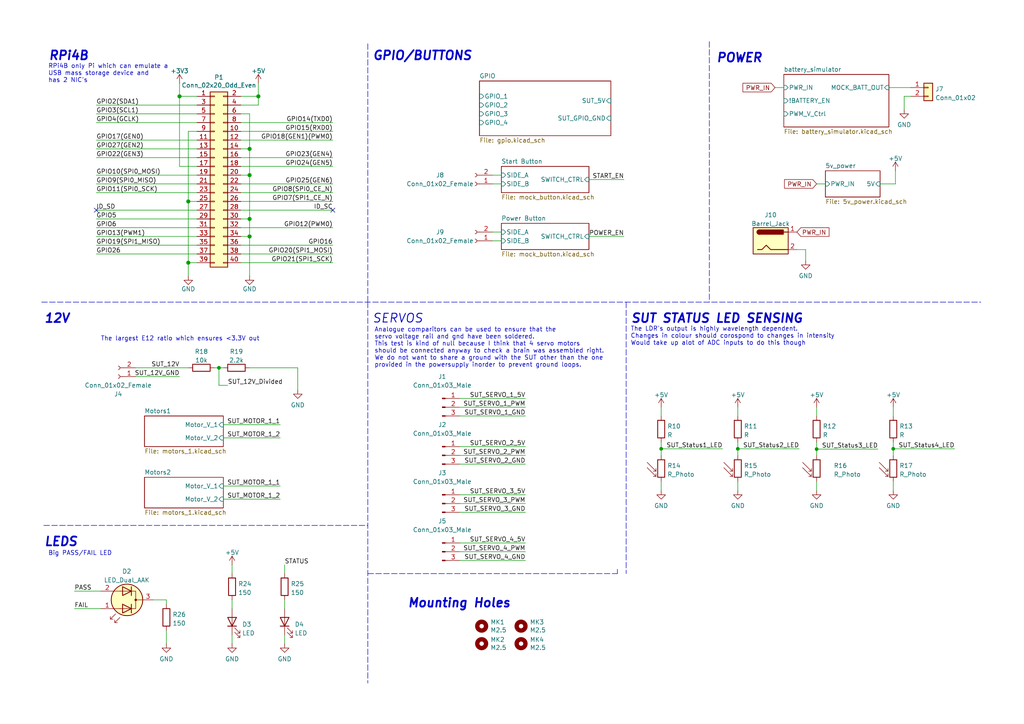
<source format=kicad_sch>
(kicad_sch (version 20211123) (generator eeschema)

  (uuid e63e39d7-6ac0-4ffd-8aa3-1841a4541b55)

  (paper "A4")

  (title_block
    (title "PurplePaddock")
    (date "2022-06-19")
    (rev "1.0")
    (company "RoboCon")
  )

  (lib_symbols
    (symbol "Connector:Barrel_Jack" (pin_names (offset 1.016)) (in_bom yes) (on_board yes)
      (property "Reference" "J" (id 0) (at 0 5.334 0)
        (effects (font (size 1.27 1.27)))
      )
      (property "Value" "Barrel_Jack" (id 1) (at 0 -5.08 0)
        (effects (font (size 1.27 1.27)))
      )
      (property "Footprint" "" (id 2) (at 1.27 -1.016 0)
        (effects (font (size 1.27 1.27)) hide)
      )
      (property "Datasheet" "~" (id 3) (at 1.27 -1.016 0)
        (effects (font (size 1.27 1.27)) hide)
      )
      (property "ki_keywords" "DC power barrel jack connector" (id 4) (at 0 0 0)
        (effects (font (size 1.27 1.27)) hide)
      )
      (property "ki_description" "DC Barrel Jack" (id 5) (at 0 0 0)
        (effects (font (size 1.27 1.27)) hide)
      )
      (property "ki_fp_filters" "BarrelJack*" (id 6) (at 0 0 0)
        (effects (font (size 1.27 1.27)) hide)
      )
      (symbol "Barrel_Jack_0_1"
        (rectangle (start -5.08 3.81) (end 5.08 -3.81)
          (stroke (width 0.254) (type default) (color 0 0 0 0))
          (fill (type background))
        )
        (arc (start -3.302 3.175) (mid -3.937 2.54) (end -3.302 1.905)
          (stroke (width 0.254) (type default) (color 0 0 0 0))
          (fill (type none))
        )
        (arc (start -3.302 3.175) (mid -3.937 2.54) (end -3.302 1.905)
          (stroke (width 0.254) (type default) (color 0 0 0 0))
          (fill (type outline))
        )
        (polyline
          (pts
            (xy 5.08 2.54)
            (xy 3.81 2.54)
          )
          (stroke (width 0.254) (type default) (color 0 0 0 0))
          (fill (type none))
        )
        (polyline
          (pts
            (xy -3.81 -2.54)
            (xy -2.54 -2.54)
            (xy -1.27 -1.27)
            (xy 0 -2.54)
            (xy 2.54 -2.54)
            (xy 5.08 -2.54)
          )
          (stroke (width 0.254) (type default) (color 0 0 0 0))
          (fill (type none))
        )
        (rectangle (start 3.683 3.175) (end -3.302 1.905)
          (stroke (width 0.254) (type default) (color 0 0 0 0))
          (fill (type outline))
        )
      )
      (symbol "Barrel_Jack_1_1"
        (pin passive line (at 7.62 2.54 180) (length 2.54)
          (name "~" (effects (font (size 1.27 1.27))))
          (number "1" (effects (font (size 1.27 1.27))))
        )
        (pin passive line (at 7.62 -2.54 180) (length 2.54)
          (name "~" (effects (font (size 1.27 1.27))))
          (number "2" (effects (font (size 1.27 1.27))))
        )
      )
    )
    (symbol "Connector:Conn_01x02_Female" (pin_names (offset 1.016) hide) (in_bom yes) (on_board yes)
      (property "Reference" "J" (id 0) (at 0 2.54 0)
        (effects (font (size 1.27 1.27)))
      )
      (property "Value" "Conn_01x02_Female" (id 1) (at 0 -5.08 0)
        (effects (font (size 1.27 1.27)))
      )
      (property "Footprint" "" (id 2) (at 0 0 0)
        (effects (font (size 1.27 1.27)) hide)
      )
      (property "Datasheet" "~" (id 3) (at 0 0 0)
        (effects (font (size 1.27 1.27)) hide)
      )
      (property "ki_keywords" "connector" (id 4) (at 0 0 0)
        (effects (font (size 1.27 1.27)) hide)
      )
      (property "ki_description" "Generic connector, single row, 01x02, script generated (kicad-library-utils/schlib/autogen/connector/)" (id 5) (at 0 0 0)
        (effects (font (size 1.27 1.27)) hide)
      )
      (property "ki_fp_filters" "Connector*:*_1x??_*" (id 6) (at 0 0 0)
        (effects (font (size 1.27 1.27)) hide)
      )
      (symbol "Conn_01x02_Female_1_1"
        (arc (start 0 -2.032) (mid -0.508 -2.54) (end 0 -3.048)
          (stroke (width 0.1524) (type default) (color 0 0 0 0))
          (fill (type none))
        )
        (polyline
          (pts
            (xy -1.27 -2.54)
            (xy -0.508 -2.54)
          )
          (stroke (width 0.1524) (type default) (color 0 0 0 0))
          (fill (type none))
        )
        (polyline
          (pts
            (xy -1.27 0)
            (xy -0.508 0)
          )
          (stroke (width 0.1524) (type default) (color 0 0 0 0))
          (fill (type none))
        )
        (arc (start 0 0.508) (mid -0.508 0) (end 0 -0.508)
          (stroke (width 0.1524) (type default) (color 0 0 0 0))
          (fill (type none))
        )
        (pin passive line (at -5.08 0 0) (length 3.81)
          (name "Pin_1" (effects (font (size 1.27 1.27))))
          (number "1" (effects (font (size 1.27 1.27))))
        )
        (pin passive line (at -5.08 -2.54 0) (length 3.81)
          (name "Pin_2" (effects (font (size 1.27 1.27))))
          (number "2" (effects (font (size 1.27 1.27))))
        )
      )
    )
    (symbol "Connector:Conn_01x03_Male" (pin_names (offset 1.016) hide) (in_bom yes) (on_board yes)
      (property "Reference" "J" (id 0) (at 0 5.08 0)
        (effects (font (size 1.27 1.27)))
      )
      (property "Value" "Conn_01x03_Male" (id 1) (at 0 -5.08 0)
        (effects (font (size 1.27 1.27)))
      )
      (property "Footprint" "" (id 2) (at 0 0 0)
        (effects (font (size 1.27 1.27)) hide)
      )
      (property "Datasheet" "~" (id 3) (at 0 0 0)
        (effects (font (size 1.27 1.27)) hide)
      )
      (property "ki_keywords" "connector" (id 4) (at 0 0 0)
        (effects (font (size 1.27 1.27)) hide)
      )
      (property "ki_description" "Generic connector, single row, 01x03, script generated (kicad-library-utils/schlib/autogen/connector/)" (id 5) (at 0 0 0)
        (effects (font (size 1.27 1.27)) hide)
      )
      (property "ki_fp_filters" "Connector*:*_1x??_*" (id 6) (at 0 0 0)
        (effects (font (size 1.27 1.27)) hide)
      )
      (symbol "Conn_01x03_Male_1_1"
        (polyline
          (pts
            (xy 1.27 -2.54)
            (xy 0.8636 -2.54)
          )
          (stroke (width 0.1524) (type default) (color 0 0 0 0))
          (fill (type none))
        )
        (polyline
          (pts
            (xy 1.27 0)
            (xy 0.8636 0)
          )
          (stroke (width 0.1524) (type default) (color 0 0 0 0))
          (fill (type none))
        )
        (polyline
          (pts
            (xy 1.27 2.54)
            (xy 0.8636 2.54)
          )
          (stroke (width 0.1524) (type default) (color 0 0 0 0))
          (fill (type none))
        )
        (rectangle (start 0.8636 -2.413) (end 0 -2.667)
          (stroke (width 0.1524) (type default) (color 0 0 0 0))
          (fill (type outline))
        )
        (rectangle (start 0.8636 0.127) (end 0 -0.127)
          (stroke (width 0.1524) (type default) (color 0 0 0 0))
          (fill (type outline))
        )
        (rectangle (start 0.8636 2.667) (end 0 2.413)
          (stroke (width 0.1524) (type default) (color 0 0 0 0))
          (fill (type outline))
        )
        (pin passive line (at 5.08 2.54 180) (length 3.81)
          (name "Pin_1" (effects (font (size 1.27 1.27))))
          (number "1" (effects (font (size 1.27 1.27))))
        )
        (pin passive line (at 5.08 0 180) (length 3.81)
          (name "Pin_2" (effects (font (size 1.27 1.27))))
          (number "2" (effects (font (size 1.27 1.27))))
        )
        (pin passive line (at 5.08 -2.54 180) (length 3.81)
          (name "Pin_3" (effects (font (size 1.27 1.27))))
          (number "3" (effects (font (size 1.27 1.27))))
        )
      )
    )
    (symbol "Connector_Generic:Conn_01x02" (pin_names (offset 1.016) hide) (in_bom yes) (on_board yes)
      (property "Reference" "J" (id 0) (at 0 2.54 0)
        (effects (font (size 1.27 1.27)))
      )
      (property "Value" "Conn_01x02" (id 1) (at 0 -5.08 0)
        (effects (font (size 1.27 1.27)))
      )
      (property "Footprint" "" (id 2) (at 0 0 0)
        (effects (font (size 1.27 1.27)) hide)
      )
      (property "Datasheet" "~" (id 3) (at 0 0 0)
        (effects (font (size 1.27 1.27)) hide)
      )
      (property "ki_keywords" "connector" (id 4) (at 0 0 0)
        (effects (font (size 1.27 1.27)) hide)
      )
      (property "ki_description" "Generic connector, single row, 01x02, script generated (kicad-library-utils/schlib/autogen/connector/)" (id 5) (at 0 0 0)
        (effects (font (size 1.27 1.27)) hide)
      )
      (property "ki_fp_filters" "Connector*:*_1x??_*" (id 6) (at 0 0 0)
        (effects (font (size 1.27 1.27)) hide)
      )
      (symbol "Conn_01x02_1_1"
        (rectangle (start -1.27 -2.413) (end 0 -2.667)
          (stroke (width 0.1524) (type default) (color 0 0 0 0))
          (fill (type none))
        )
        (rectangle (start -1.27 0.127) (end 0 -0.127)
          (stroke (width 0.1524) (type default) (color 0 0 0 0))
          (fill (type none))
        )
        (rectangle (start -1.27 1.27) (end 1.27 -3.81)
          (stroke (width 0.254) (type default) (color 0 0 0 0))
          (fill (type background))
        )
        (pin passive line (at -5.08 0 0) (length 3.81)
          (name "Pin_1" (effects (font (size 1.27 1.27))))
          (number "1" (effects (font (size 1.27 1.27))))
        )
        (pin passive line (at -5.08 -2.54 0) (length 3.81)
          (name "Pin_2" (effects (font (size 1.27 1.27))))
          (number "2" (effects (font (size 1.27 1.27))))
        )
      )
    )
    (symbol "Connector_Generic:Conn_02x20_Odd_Even" (pin_names (offset 1.016) hide) (in_bom yes) (on_board yes)
      (property "Reference" "J" (id 0) (at 1.27 25.4 0)
        (effects (font (size 1.27 1.27)))
      )
      (property "Value" "Conn_02x20_Odd_Even" (id 1) (at 1.27 -27.94 0)
        (effects (font (size 1.27 1.27)))
      )
      (property "Footprint" "" (id 2) (at 0 0 0)
        (effects (font (size 1.27 1.27)) hide)
      )
      (property "Datasheet" "~" (id 3) (at 0 0 0)
        (effects (font (size 1.27 1.27)) hide)
      )
      (property "ki_keywords" "connector" (id 4) (at 0 0 0)
        (effects (font (size 1.27 1.27)) hide)
      )
      (property "ki_description" "Generic connector, double row, 02x20, odd/even pin numbering scheme (row 1 odd numbers, row 2 even numbers), script generated (kicad-library-utils/schlib/autogen/connector/)" (id 5) (at 0 0 0)
        (effects (font (size 1.27 1.27)) hide)
      )
      (property "ki_fp_filters" "Connector*:*_2x??_*" (id 6) (at 0 0 0)
        (effects (font (size 1.27 1.27)) hide)
      )
      (symbol "Conn_02x20_Odd_Even_1_1"
        (rectangle (start -1.27 -25.273) (end 0 -25.527)
          (stroke (width 0.1524) (type default) (color 0 0 0 0))
          (fill (type none))
        )
        (rectangle (start -1.27 -22.733) (end 0 -22.987)
          (stroke (width 0.1524) (type default) (color 0 0 0 0))
          (fill (type none))
        )
        (rectangle (start -1.27 -20.193) (end 0 -20.447)
          (stroke (width 0.1524) (type default) (color 0 0 0 0))
          (fill (type none))
        )
        (rectangle (start -1.27 -17.653) (end 0 -17.907)
          (stroke (width 0.1524) (type default) (color 0 0 0 0))
          (fill (type none))
        )
        (rectangle (start -1.27 -15.113) (end 0 -15.367)
          (stroke (width 0.1524) (type default) (color 0 0 0 0))
          (fill (type none))
        )
        (rectangle (start -1.27 -12.573) (end 0 -12.827)
          (stroke (width 0.1524) (type default) (color 0 0 0 0))
          (fill (type none))
        )
        (rectangle (start -1.27 -10.033) (end 0 -10.287)
          (stroke (width 0.1524) (type default) (color 0 0 0 0))
          (fill (type none))
        )
        (rectangle (start -1.27 -7.493) (end 0 -7.747)
          (stroke (width 0.1524) (type default) (color 0 0 0 0))
          (fill (type none))
        )
        (rectangle (start -1.27 -4.953) (end 0 -5.207)
          (stroke (width 0.1524) (type default) (color 0 0 0 0))
          (fill (type none))
        )
        (rectangle (start -1.27 -2.413) (end 0 -2.667)
          (stroke (width 0.1524) (type default) (color 0 0 0 0))
          (fill (type none))
        )
        (rectangle (start -1.27 0.127) (end 0 -0.127)
          (stroke (width 0.1524) (type default) (color 0 0 0 0))
          (fill (type none))
        )
        (rectangle (start -1.27 2.667) (end 0 2.413)
          (stroke (width 0.1524) (type default) (color 0 0 0 0))
          (fill (type none))
        )
        (rectangle (start -1.27 5.207) (end 0 4.953)
          (stroke (width 0.1524) (type default) (color 0 0 0 0))
          (fill (type none))
        )
        (rectangle (start -1.27 7.747) (end 0 7.493)
          (stroke (width 0.1524) (type default) (color 0 0 0 0))
          (fill (type none))
        )
        (rectangle (start -1.27 10.287) (end 0 10.033)
          (stroke (width 0.1524) (type default) (color 0 0 0 0))
          (fill (type none))
        )
        (rectangle (start -1.27 12.827) (end 0 12.573)
          (stroke (width 0.1524) (type default) (color 0 0 0 0))
          (fill (type none))
        )
        (rectangle (start -1.27 15.367) (end 0 15.113)
          (stroke (width 0.1524) (type default) (color 0 0 0 0))
          (fill (type none))
        )
        (rectangle (start -1.27 17.907) (end 0 17.653)
          (stroke (width 0.1524) (type default) (color 0 0 0 0))
          (fill (type none))
        )
        (rectangle (start -1.27 20.447) (end 0 20.193)
          (stroke (width 0.1524) (type default) (color 0 0 0 0))
          (fill (type none))
        )
        (rectangle (start -1.27 22.987) (end 0 22.733)
          (stroke (width 0.1524) (type default) (color 0 0 0 0))
          (fill (type none))
        )
        (rectangle (start -1.27 24.13) (end 3.81 -26.67)
          (stroke (width 0.254) (type default) (color 0 0 0 0))
          (fill (type background))
        )
        (rectangle (start 3.81 -25.273) (end 2.54 -25.527)
          (stroke (width 0.1524) (type default) (color 0 0 0 0))
          (fill (type none))
        )
        (rectangle (start 3.81 -22.733) (end 2.54 -22.987)
          (stroke (width 0.1524) (type default) (color 0 0 0 0))
          (fill (type none))
        )
        (rectangle (start 3.81 -20.193) (end 2.54 -20.447)
          (stroke (width 0.1524) (type default) (color 0 0 0 0))
          (fill (type none))
        )
        (rectangle (start 3.81 -17.653) (end 2.54 -17.907)
          (stroke (width 0.1524) (type default) (color 0 0 0 0))
          (fill (type none))
        )
        (rectangle (start 3.81 -15.113) (end 2.54 -15.367)
          (stroke (width 0.1524) (type default) (color 0 0 0 0))
          (fill (type none))
        )
        (rectangle (start 3.81 -12.573) (end 2.54 -12.827)
          (stroke (width 0.1524) (type default) (color 0 0 0 0))
          (fill (type none))
        )
        (rectangle (start 3.81 -10.033) (end 2.54 -10.287)
          (stroke (width 0.1524) (type default) (color 0 0 0 0))
          (fill (type none))
        )
        (rectangle (start 3.81 -7.493) (end 2.54 -7.747)
          (stroke (width 0.1524) (type default) (color 0 0 0 0))
          (fill (type none))
        )
        (rectangle (start 3.81 -4.953) (end 2.54 -5.207)
          (stroke (width 0.1524) (type default) (color 0 0 0 0))
          (fill (type none))
        )
        (rectangle (start 3.81 -2.413) (end 2.54 -2.667)
          (stroke (width 0.1524) (type default) (color 0 0 0 0))
          (fill (type none))
        )
        (rectangle (start 3.81 0.127) (end 2.54 -0.127)
          (stroke (width 0.1524) (type default) (color 0 0 0 0))
          (fill (type none))
        )
        (rectangle (start 3.81 2.667) (end 2.54 2.413)
          (stroke (width 0.1524) (type default) (color 0 0 0 0))
          (fill (type none))
        )
        (rectangle (start 3.81 5.207) (end 2.54 4.953)
          (stroke (width 0.1524) (type default) (color 0 0 0 0))
          (fill (type none))
        )
        (rectangle (start 3.81 7.747) (end 2.54 7.493)
          (stroke (width 0.1524) (type default) (color 0 0 0 0))
          (fill (type none))
        )
        (rectangle (start 3.81 10.287) (end 2.54 10.033)
          (stroke (width 0.1524) (type default) (color 0 0 0 0))
          (fill (type none))
        )
        (rectangle (start 3.81 12.827) (end 2.54 12.573)
          (stroke (width 0.1524) (type default) (color 0 0 0 0))
          (fill (type none))
        )
        (rectangle (start 3.81 15.367) (end 2.54 15.113)
          (stroke (width 0.1524) (type default) (color 0 0 0 0))
          (fill (type none))
        )
        (rectangle (start 3.81 17.907) (end 2.54 17.653)
          (stroke (width 0.1524) (type default) (color 0 0 0 0))
          (fill (type none))
        )
        (rectangle (start 3.81 20.447) (end 2.54 20.193)
          (stroke (width 0.1524) (type default) (color 0 0 0 0))
          (fill (type none))
        )
        (rectangle (start 3.81 22.987) (end 2.54 22.733)
          (stroke (width 0.1524) (type default) (color 0 0 0 0))
          (fill (type none))
        )
        (pin passive line (at -5.08 22.86 0) (length 3.81)
          (name "Pin_1" (effects (font (size 1.27 1.27))))
          (number "1" (effects (font (size 1.27 1.27))))
        )
        (pin passive line (at 7.62 12.7 180) (length 3.81)
          (name "Pin_10" (effects (font (size 1.27 1.27))))
          (number "10" (effects (font (size 1.27 1.27))))
        )
        (pin passive line (at -5.08 10.16 0) (length 3.81)
          (name "Pin_11" (effects (font (size 1.27 1.27))))
          (number "11" (effects (font (size 1.27 1.27))))
        )
        (pin passive line (at 7.62 10.16 180) (length 3.81)
          (name "Pin_12" (effects (font (size 1.27 1.27))))
          (number "12" (effects (font (size 1.27 1.27))))
        )
        (pin passive line (at -5.08 7.62 0) (length 3.81)
          (name "Pin_13" (effects (font (size 1.27 1.27))))
          (number "13" (effects (font (size 1.27 1.27))))
        )
        (pin passive line (at 7.62 7.62 180) (length 3.81)
          (name "Pin_14" (effects (font (size 1.27 1.27))))
          (number "14" (effects (font (size 1.27 1.27))))
        )
        (pin passive line (at -5.08 5.08 0) (length 3.81)
          (name "Pin_15" (effects (font (size 1.27 1.27))))
          (number "15" (effects (font (size 1.27 1.27))))
        )
        (pin passive line (at 7.62 5.08 180) (length 3.81)
          (name "Pin_16" (effects (font (size 1.27 1.27))))
          (number "16" (effects (font (size 1.27 1.27))))
        )
        (pin passive line (at -5.08 2.54 0) (length 3.81)
          (name "Pin_17" (effects (font (size 1.27 1.27))))
          (number "17" (effects (font (size 1.27 1.27))))
        )
        (pin passive line (at 7.62 2.54 180) (length 3.81)
          (name "Pin_18" (effects (font (size 1.27 1.27))))
          (number "18" (effects (font (size 1.27 1.27))))
        )
        (pin passive line (at -5.08 0 0) (length 3.81)
          (name "Pin_19" (effects (font (size 1.27 1.27))))
          (number "19" (effects (font (size 1.27 1.27))))
        )
        (pin passive line (at 7.62 22.86 180) (length 3.81)
          (name "Pin_2" (effects (font (size 1.27 1.27))))
          (number "2" (effects (font (size 1.27 1.27))))
        )
        (pin passive line (at 7.62 0 180) (length 3.81)
          (name "Pin_20" (effects (font (size 1.27 1.27))))
          (number "20" (effects (font (size 1.27 1.27))))
        )
        (pin passive line (at -5.08 -2.54 0) (length 3.81)
          (name "Pin_21" (effects (font (size 1.27 1.27))))
          (number "21" (effects (font (size 1.27 1.27))))
        )
        (pin passive line (at 7.62 -2.54 180) (length 3.81)
          (name "Pin_22" (effects (font (size 1.27 1.27))))
          (number "22" (effects (font (size 1.27 1.27))))
        )
        (pin passive line (at -5.08 -5.08 0) (length 3.81)
          (name "Pin_23" (effects (font (size 1.27 1.27))))
          (number "23" (effects (font (size 1.27 1.27))))
        )
        (pin passive line (at 7.62 -5.08 180) (length 3.81)
          (name "Pin_24" (effects (font (size 1.27 1.27))))
          (number "24" (effects (font (size 1.27 1.27))))
        )
        (pin passive line (at -5.08 -7.62 0) (length 3.81)
          (name "Pin_25" (effects (font (size 1.27 1.27))))
          (number "25" (effects (font (size 1.27 1.27))))
        )
        (pin passive line (at 7.62 -7.62 180) (length 3.81)
          (name "Pin_26" (effects (font (size 1.27 1.27))))
          (number "26" (effects (font (size 1.27 1.27))))
        )
        (pin passive line (at -5.08 -10.16 0) (length 3.81)
          (name "Pin_27" (effects (font (size 1.27 1.27))))
          (number "27" (effects (font (size 1.27 1.27))))
        )
        (pin passive line (at 7.62 -10.16 180) (length 3.81)
          (name "Pin_28" (effects (font (size 1.27 1.27))))
          (number "28" (effects (font (size 1.27 1.27))))
        )
        (pin passive line (at -5.08 -12.7 0) (length 3.81)
          (name "Pin_29" (effects (font (size 1.27 1.27))))
          (number "29" (effects (font (size 1.27 1.27))))
        )
        (pin passive line (at -5.08 20.32 0) (length 3.81)
          (name "Pin_3" (effects (font (size 1.27 1.27))))
          (number "3" (effects (font (size 1.27 1.27))))
        )
        (pin passive line (at 7.62 -12.7 180) (length 3.81)
          (name "Pin_30" (effects (font (size 1.27 1.27))))
          (number "30" (effects (font (size 1.27 1.27))))
        )
        (pin passive line (at -5.08 -15.24 0) (length 3.81)
          (name "Pin_31" (effects (font (size 1.27 1.27))))
          (number "31" (effects (font (size 1.27 1.27))))
        )
        (pin passive line (at 7.62 -15.24 180) (length 3.81)
          (name "Pin_32" (effects (font (size 1.27 1.27))))
          (number "32" (effects (font (size 1.27 1.27))))
        )
        (pin passive line (at -5.08 -17.78 0) (length 3.81)
          (name "Pin_33" (effects (font (size 1.27 1.27))))
          (number "33" (effects (font (size 1.27 1.27))))
        )
        (pin passive line (at 7.62 -17.78 180) (length 3.81)
          (name "Pin_34" (effects (font (size 1.27 1.27))))
          (number "34" (effects (font (size 1.27 1.27))))
        )
        (pin passive line (at -5.08 -20.32 0) (length 3.81)
          (name "Pin_35" (effects (font (size 1.27 1.27))))
          (number "35" (effects (font (size 1.27 1.27))))
        )
        (pin passive line (at 7.62 -20.32 180) (length 3.81)
          (name "Pin_36" (effects (font (size 1.27 1.27))))
          (number "36" (effects (font (size 1.27 1.27))))
        )
        (pin passive line (at -5.08 -22.86 0) (length 3.81)
          (name "Pin_37" (effects (font (size 1.27 1.27))))
          (number "37" (effects (font (size 1.27 1.27))))
        )
        (pin passive line (at 7.62 -22.86 180) (length 3.81)
          (name "Pin_38" (effects (font (size 1.27 1.27))))
          (number "38" (effects (font (size 1.27 1.27))))
        )
        (pin passive line (at -5.08 -25.4 0) (length 3.81)
          (name "Pin_39" (effects (font (size 1.27 1.27))))
          (number "39" (effects (font (size 1.27 1.27))))
        )
        (pin passive line (at 7.62 20.32 180) (length 3.81)
          (name "Pin_4" (effects (font (size 1.27 1.27))))
          (number "4" (effects (font (size 1.27 1.27))))
        )
        (pin passive line (at 7.62 -25.4 180) (length 3.81)
          (name "Pin_40" (effects (font (size 1.27 1.27))))
          (number "40" (effects (font (size 1.27 1.27))))
        )
        (pin passive line (at -5.08 17.78 0) (length 3.81)
          (name "Pin_5" (effects (font (size 1.27 1.27))))
          (number "5" (effects (font (size 1.27 1.27))))
        )
        (pin passive line (at 7.62 17.78 180) (length 3.81)
          (name "Pin_6" (effects (font (size 1.27 1.27))))
          (number "6" (effects (font (size 1.27 1.27))))
        )
        (pin passive line (at -5.08 15.24 0) (length 3.81)
          (name "Pin_7" (effects (font (size 1.27 1.27))))
          (number "7" (effects (font (size 1.27 1.27))))
        )
        (pin passive line (at 7.62 15.24 180) (length 3.81)
          (name "Pin_8" (effects (font (size 1.27 1.27))))
          (number "8" (effects (font (size 1.27 1.27))))
        )
        (pin passive line (at -5.08 12.7 0) (length 3.81)
          (name "Pin_9" (effects (font (size 1.27 1.27))))
          (number "9" (effects (font (size 1.27 1.27))))
        )
      )
    )
    (symbol "Device:LED" (pin_numbers hide) (pin_names (offset 1.016) hide) (in_bom yes) (on_board yes)
      (property "Reference" "D" (id 0) (at 0 2.54 0)
        (effects (font (size 1.27 1.27)))
      )
      (property "Value" "LED" (id 1) (at 0 -2.54 0)
        (effects (font (size 1.27 1.27)))
      )
      (property "Footprint" "" (id 2) (at 0 0 0)
        (effects (font (size 1.27 1.27)) hide)
      )
      (property "Datasheet" "~" (id 3) (at 0 0 0)
        (effects (font (size 1.27 1.27)) hide)
      )
      (property "ki_keywords" "LED diode" (id 4) (at 0 0 0)
        (effects (font (size 1.27 1.27)) hide)
      )
      (property "ki_description" "Light emitting diode" (id 5) (at 0 0 0)
        (effects (font (size 1.27 1.27)) hide)
      )
      (property "ki_fp_filters" "LED* LED_SMD:* LED_THT:*" (id 6) (at 0 0 0)
        (effects (font (size 1.27 1.27)) hide)
      )
      (symbol "LED_0_1"
        (polyline
          (pts
            (xy -1.27 -1.27)
            (xy -1.27 1.27)
          )
          (stroke (width 0.254) (type default) (color 0 0 0 0))
          (fill (type none))
        )
        (polyline
          (pts
            (xy -1.27 0)
            (xy 1.27 0)
          )
          (stroke (width 0) (type default) (color 0 0 0 0))
          (fill (type none))
        )
        (polyline
          (pts
            (xy 1.27 -1.27)
            (xy 1.27 1.27)
            (xy -1.27 0)
            (xy 1.27 -1.27)
          )
          (stroke (width 0.254) (type default) (color 0 0 0 0))
          (fill (type none))
        )
        (polyline
          (pts
            (xy -3.048 -0.762)
            (xy -4.572 -2.286)
            (xy -3.81 -2.286)
            (xy -4.572 -2.286)
            (xy -4.572 -1.524)
          )
          (stroke (width 0) (type default) (color 0 0 0 0))
          (fill (type none))
        )
        (polyline
          (pts
            (xy -1.778 -0.762)
            (xy -3.302 -2.286)
            (xy -2.54 -2.286)
            (xy -3.302 -2.286)
            (xy -3.302 -1.524)
          )
          (stroke (width 0) (type default) (color 0 0 0 0))
          (fill (type none))
        )
      )
      (symbol "LED_1_1"
        (pin passive line (at -3.81 0 0) (length 2.54)
          (name "K" (effects (font (size 1.27 1.27))))
          (number "1" (effects (font (size 1.27 1.27))))
        )
        (pin passive line (at 3.81 0 180) (length 2.54)
          (name "A" (effects (font (size 1.27 1.27))))
          (number "2" (effects (font (size 1.27 1.27))))
        )
      )
    )
    (symbol "Device:LED_Dual_AAK" (pin_names (offset 0) hide) (in_bom yes) (on_board yes)
      (property "Reference" "D" (id 0) (at 0 5.715 0)
        (effects (font (size 1.27 1.27)))
      )
      (property "Value" "LED_Dual_AAK" (id 1) (at 0 -6.35 0)
        (effects (font (size 1.27 1.27)))
      )
      (property "Footprint" "" (id 2) (at 0 0 0)
        (effects (font (size 1.27 1.27)) hide)
      )
      (property "Datasheet" "~" (id 3) (at 0 0 0)
        (effects (font (size 1.27 1.27)) hide)
      )
      (property "ki_keywords" "LED diode bicolor dual" (id 4) (at 0 0 0)
        (effects (font (size 1.27 1.27)) hide)
      )
      (property "ki_description" "Dual LED, common cathode on pin 3" (id 5) (at 0 0 0)
        (effects (font (size 1.27 1.27)) hide)
      )
      (property "ki_fp_filters" "LED* LED_SMD:* LED_THT:*" (id 6) (at 0 0 0)
        (effects (font (size 1.27 1.27)) hide)
      )
      (symbol "LED_Dual_AAK_0_1"
        (circle (center -2.54 0) (radius 0.2794)
          (stroke (width 0) (type default) (color 0 0 0 0))
          (fill (type outline))
        )
        (polyline
          (pts
            (xy -4.572 0)
            (xy -2.54 0)
          )
          (stroke (width 0) (type default) (color 0 0 0 0))
          (fill (type none))
        )
        (polyline
          (pts
            (xy -1.27 -1.27)
            (xy -1.27 -3.81)
          )
          (stroke (width 0.254) (type default) (color 0 0 0 0))
          (fill (type none))
        )
        (polyline
          (pts
            (xy -1.27 1.27)
            (xy -1.27 3.81)
          )
          (stroke (width 0.254) (type default) (color 0 0 0 0))
          (fill (type none))
        )
        (polyline
          (pts
            (xy 3.81 -2.54)
            (xy 1.905 -2.54)
          )
          (stroke (width 0) (type default) (color 0 0 0 0))
          (fill (type none))
        )
        (polyline
          (pts
            (xy 3.81 2.54)
            (xy 1.905 2.54)
          )
          (stroke (width 0) (type default) (color 0 0 0 0))
          (fill (type none))
        )
        (polyline
          (pts
            (xy 1.27 -3.81)
            (xy 1.27 -1.27)
            (xy -1.27 -2.54)
            (xy 1.27 -3.81)
          )
          (stroke (width 0.254) (type default) (color 0 0 0 0))
          (fill (type none))
        )
        (polyline
          (pts
            (xy 1.27 1.27)
            (xy 1.27 3.81)
            (xy -1.27 2.54)
            (xy 1.27 1.27)
          )
          (stroke (width 0.254) (type default) (color 0 0 0 0))
          (fill (type none))
        )
        (polyline
          (pts
            (xy 2.032 2.54)
            (xy -2.54 2.54)
            (xy -2.54 -2.54)
            (xy 2.032 -2.54)
          )
          (stroke (width 0) (type default) (color 0 0 0 0))
          (fill (type none))
        )
        (polyline
          (pts
            (xy 2.032 5.08)
            (xy 3.556 6.604)
            (xy 2.794 6.604)
            (xy 3.556 6.604)
            (xy 3.556 5.842)
          )
          (stroke (width 0) (type default) (color 0 0 0 0))
          (fill (type none))
        )
        (polyline
          (pts
            (xy 3.302 4.064)
            (xy 4.826 5.588)
            (xy 4.064 5.588)
            (xy 4.826 5.588)
            (xy 4.826 4.826)
          )
          (stroke (width 0) (type default) (color 0 0 0 0))
          (fill (type none))
        )
        (circle (center 0 0) (radius 4.572)
          (stroke (width 0.254) (type default) (color 0 0 0 0))
          (fill (type background))
        )
      )
      (symbol "LED_Dual_AAK_1_1"
        (pin input line (at 7.62 2.54 180) (length 3.81)
          (name "A1" (effects (font (size 1.27 1.27))))
          (number "1" (effects (font (size 1.27 1.27))))
        )
        (pin input line (at 7.62 -2.54 180) (length 3.81)
          (name "A2" (effects (font (size 1.27 1.27))))
          (number "2" (effects (font (size 1.27 1.27))))
        )
        (pin input line (at -7.62 0 0) (length 3.048)
          (name "K" (effects (font (size 1.27 1.27))))
          (number "3" (effects (font (size 1.27 1.27))))
        )
      )
    )
    (symbol "Device:R" (pin_numbers hide) (pin_names (offset 0)) (in_bom yes) (on_board yes)
      (property "Reference" "R" (id 0) (at 2.032 0 90)
        (effects (font (size 1.27 1.27)))
      )
      (property "Value" "R" (id 1) (at 0 0 90)
        (effects (font (size 1.27 1.27)))
      )
      (property "Footprint" "" (id 2) (at -1.778 0 90)
        (effects (font (size 1.27 1.27)) hide)
      )
      (property "Datasheet" "~" (id 3) (at 0 0 0)
        (effects (font (size 1.27 1.27)) hide)
      )
      (property "ki_keywords" "R res resistor" (id 4) (at 0 0 0)
        (effects (font (size 1.27 1.27)) hide)
      )
      (property "ki_description" "Resistor" (id 5) (at 0 0 0)
        (effects (font (size 1.27 1.27)) hide)
      )
      (property "ki_fp_filters" "R_*" (id 6) (at 0 0 0)
        (effects (font (size 1.27 1.27)) hide)
      )
      (symbol "R_0_1"
        (rectangle (start -1.016 -2.54) (end 1.016 2.54)
          (stroke (width 0.254) (type default) (color 0 0 0 0))
          (fill (type none))
        )
      )
      (symbol "R_1_1"
        (pin passive line (at 0 3.81 270) (length 1.27)
          (name "~" (effects (font (size 1.27 1.27))))
          (number "1" (effects (font (size 1.27 1.27))))
        )
        (pin passive line (at 0 -3.81 90) (length 1.27)
          (name "~" (effects (font (size 1.27 1.27))))
          (number "2" (effects (font (size 1.27 1.27))))
        )
      )
    )
    (symbol "Device:R_Photo" (pin_numbers hide) (pin_names (offset 0)) (in_bom yes) (on_board yes)
      (property "Reference" "R" (id 0) (at 1.27 1.27 0)
        (effects (font (size 1.27 1.27)) (justify left))
      )
      (property "Value" "R_Photo" (id 1) (at 1.27 0 0)
        (effects (font (size 1.27 1.27)) (justify left top))
      )
      (property "Footprint" "" (id 2) (at 1.27 -6.35 90)
        (effects (font (size 1.27 1.27)) (justify left) hide)
      )
      (property "Datasheet" "~" (id 3) (at 0 -1.27 0)
        (effects (font (size 1.27 1.27)) hide)
      )
      (property "ki_keywords" "resistor variable light sensitive opto LDR" (id 4) (at 0 0 0)
        (effects (font (size 1.27 1.27)) hide)
      )
      (property "ki_description" "Photoresistor" (id 5) (at 0 0 0)
        (effects (font (size 1.27 1.27)) hide)
      )
      (property "ki_fp_filters" "*LDR* R?LDR*" (id 6) (at 0 0 0)
        (effects (font (size 1.27 1.27)) hide)
      )
      (symbol "R_Photo_0_1"
        (rectangle (start -1.016 2.54) (end 1.016 -2.54)
          (stroke (width 0.254) (type default) (color 0 0 0 0))
          (fill (type none))
        )
        (polyline
          (pts
            (xy -1.524 -2.286)
            (xy -4.064 0.254)
          )
          (stroke (width 0) (type default) (color 0 0 0 0))
          (fill (type none))
        )
        (polyline
          (pts
            (xy -1.524 -2.286)
            (xy -2.286 -2.286)
          )
          (stroke (width 0) (type default) (color 0 0 0 0))
          (fill (type none))
        )
        (polyline
          (pts
            (xy -1.524 -2.286)
            (xy -1.524 -1.524)
          )
          (stroke (width 0) (type default) (color 0 0 0 0))
          (fill (type none))
        )
        (polyline
          (pts
            (xy -1.524 -0.762)
            (xy -4.064 1.778)
          )
          (stroke (width 0) (type default) (color 0 0 0 0))
          (fill (type none))
        )
        (polyline
          (pts
            (xy -1.524 -0.762)
            (xy -2.286 -0.762)
          )
          (stroke (width 0) (type default) (color 0 0 0 0))
          (fill (type none))
        )
        (polyline
          (pts
            (xy -1.524 -0.762)
            (xy -1.524 0)
          )
          (stroke (width 0) (type default) (color 0 0 0 0))
          (fill (type none))
        )
      )
      (symbol "R_Photo_1_1"
        (pin passive line (at 0 3.81 270) (length 1.27)
          (name "~" (effects (font (size 1.27 1.27))))
          (number "1" (effects (font (size 1.27 1.27))))
        )
        (pin passive line (at 0 -3.81 90) (length 1.27)
          (name "~" (effects (font (size 1.27 1.27))))
          (number "2" (effects (font (size 1.27 1.27))))
        )
      )
    )
    (symbol "Mechanical:MountingHole" (pin_names (offset 1.016)) (in_bom yes) (on_board yes)
      (property "Reference" "H" (id 0) (at 0 5.08 0)
        (effects (font (size 1.27 1.27)))
      )
      (property "Value" "MountingHole" (id 1) (at 0 3.175 0)
        (effects (font (size 1.27 1.27)))
      )
      (property "Footprint" "" (id 2) (at 0 0 0)
        (effects (font (size 1.27 1.27)) hide)
      )
      (property "Datasheet" "~" (id 3) (at 0 0 0)
        (effects (font (size 1.27 1.27)) hide)
      )
      (property "ki_keywords" "mounting hole" (id 4) (at 0 0 0)
        (effects (font (size 1.27 1.27)) hide)
      )
      (property "ki_description" "Mounting Hole without connection" (id 5) (at 0 0 0)
        (effects (font (size 1.27 1.27)) hide)
      )
      (property "ki_fp_filters" "MountingHole*" (id 6) (at 0 0 0)
        (effects (font (size 1.27 1.27)) hide)
      )
      (symbol "MountingHole_0_1"
        (circle (center 0 0) (radius 1.27)
          (stroke (width 1.27) (type default) (color 0 0 0 0))
          (fill (type none))
        )
      )
    )
    (symbol "power:+3.3V" (power) (pin_names (offset 0)) (in_bom yes) (on_board yes)
      (property "Reference" "#PWR" (id 0) (at 0 -3.81 0)
        (effects (font (size 1.27 1.27)) hide)
      )
      (property "Value" "+3.3V" (id 1) (at 0 3.556 0)
        (effects (font (size 1.27 1.27)))
      )
      (property "Footprint" "" (id 2) (at 0 0 0)
        (effects (font (size 1.27 1.27)) hide)
      )
      (property "Datasheet" "" (id 3) (at 0 0 0)
        (effects (font (size 1.27 1.27)) hide)
      )
      (property "ki_keywords" "power-flag" (id 4) (at 0 0 0)
        (effects (font (size 1.27 1.27)) hide)
      )
      (property "ki_description" "Power symbol creates a global label with name \"+3.3V\"" (id 5) (at 0 0 0)
        (effects (font (size 1.27 1.27)) hide)
      )
      (symbol "+3.3V_0_1"
        (polyline
          (pts
            (xy -0.762 1.27)
            (xy 0 2.54)
          )
          (stroke (width 0) (type default) (color 0 0 0 0))
          (fill (type none))
        )
        (polyline
          (pts
            (xy 0 0)
            (xy 0 2.54)
          )
          (stroke (width 0) (type default) (color 0 0 0 0))
          (fill (type none))
        )
        (polyline
          (pts
            (xy 0 2.54)
            (xy 0.762 1.27)
          )
          (stroke (width 0) (type default) (color 0 0 0 0))
          (fill (type none))
        )
      )
      (symbol "+3.3V_1_1"
        (pin power_in line (at 0 0 90) (length 0) hide
          (name "+3V3" (effects (font (size 1.27 1.27))))
          (number "1" (effects (font (size 1.27 1.27))))
        )
      )
    )
    (symbol "power:+5V" (power) (pin_names (offset 0)) (in_bom yes) (on_board yes)
      (property "Reference" "#PWR" (id 0) (at 0 -3.81 0)
        (effects (font (size 1.27 1.27)) hide)
      )
      (property "Value" "+5V" (id 1) (at 0 3.556 0)
        (effects (font (size 1.27 1.27)))
      )
      (property "Footprint" "" (id 2) (at 0 0 0)
        (effects (font (size 1.27 1.27)) hide)
      )
      (property "Datasheet" "" (id 3) (at 0 0 0)
        (effects (font (size 1.27 1.27)) hide)
      )
      (property "ki_keywords" "power-flag" (id 4) (at 0 0 0)
        (effects (font (size 1.27 1.27)) hide)
      )
      (property "ki_description" "Power symbol creates a global label with name \"+5V\"" (id 5) (at 0 0 0)
        (effects (font (size 1.27 1.27)) hide)
      )
      (symbol "+5V_0_1"
        (polyline
          (pts
            (xy -0.762 1.27)
            (xy 0 2.54)
          )
          (stroke (width 0) (type default) (color 0 0 0 0))
          (fill (type none))
        )
        (polyline
          (pts
            (xy 0 0)
            (xy 0 2.54)
          )
          (stroke (width 0) (type default) (color 0 0 0 0))
          (fill (type none))
        )
        (polyline
          (pts
            (xy 0 2.54)
            (xy 0.762 1.27)
          )
          (stroke (width 0) (type default) (color 0 0 0 0))
          (fill (type none))
        )
      )
      (symbol "+5V_1_1"
        (pin power_in line (at 0 0 90) (length 0) hide
          (name "+5V" (effects (font (size 1.27 1.27))))
          (number "1" (effects (font (size 1.27 1.27))))
        )
      )
    )
    (symbol "power:GND" (power) (pin_names (offset 0)) (in_bom yes) (on_board yes)
      (property "Reference" "#PWR" (id 0) (at 0 -6.35 0)
        (effects (font (size 1.27 1.27)) hide)
      )
      (property "Value" "GND" (id 1) (at 0 -3.81 0)
        (effects (font (size 1.27 1.27)))
      )
      (property "Footprint" "" (id 2) (at 0 0 0)
        (effects (font (size 1.27 1.27)) hide)
      )
      (property "Datasheet" "" (id 3) (at 0 0 0)
        (effects (font (size 1.27 1.27)) hide)
      )
      (property "ki_keywords" "power-flag" (id 4) (at 0 0 0)
        (effects (font (size 1.27 1.27)) hide)
      )
      (property "ki_description" "Power symbol creates a global label with name \"GND\" , ground" (id 5) (at 0 0 0)
        (effects (font (size 1.27 1.27)) hide)
      )
      (symbol "GND_0_1"
        (polyline
          (pts
            (xy 0 0)
            (xy 0 -1.27)
            (xy 1.27 -1.27)
            (xy 0 -2.54)
            (xy -1.27 -1.27)
            (xy 0 -1.27)
          )
          (stroke (width 0) (type default) (color 0 0 0 0))
          (fill (type none))
        )
      )
      (symbol "GND_1_1"
        (pin power_in line (at 0 0 270) (length 0) hide
          (name "GND" (effects (font (size 1.27 1.27))))
          (number "1" (effects (font (size 1.27 1.27))))
        )
      )
    )
  )


  (junction (at 72.39 68.58) (diameter 1.016) (color 0 0 0 0)
    (uuid 13abf99d-5265-4779-8973-e94370fd18ff)
  )
  (junction (at 54.61 58.42) (diameter 1.016) (color 0 0 0 0)
    (uuid 1860e030-7a36-4298-b7fc-a16d48ab15ba)
  )
  (junction (at 72.39 50.8) (diameter 1.016) (color 0 0 0 0)
    (uuid 32667662-ae86-4904-b198-3e95f11851bf)
  )
  (junction (at 236.855 130.2576) (diameter 0) (color 0 0 0 0)
    (uuid 39c1dc87-fff2-455a-a1c6-2644cc17bb39)
  )
  (junction (at 54.61 76.2) (diameter 1.016) (color 0 0 0 0)
    (uuid 3dcc657b-55a1-48e0-9667-e01e7b6b08b5)
  )
  (junction (at 191.77 130.175) (diameter 0) (color 0 0 0 0)
    (uuid 5c3bc8aa-b7fc-4304-b4c1-bc8b0bcffbca)
  )
  (junction (at 72.39 43.18) (diameter 1.016) (color 0 0 0 0)
    (uuid 67f6e996-3c99-493c-8f6f-e739e2ed5d7a)
  )
  (junction (at 259.08 130.175) (diameter 0) (color 0 0 0 0)
    (uuid 92cf4033-4474-458f-91aa-73b977ffde9c)
  )
  (junction (at 63.5 106.68) (diameter 0) (color 0 0 0 0)
    (uuid 9959fd08-8610-4719-b32f-467d60f57c39)
  )
  (junction (at 72.39 63.5) (diameter 1.016) (color 0 0 0 0)
    (uuid a05d7640-f2f6-4ba7-8c51-5a4af431fc13)
  )
  (junction (at 74.93 27.94) (diameter 1.016) (color 0 0 0 0)
    (uuid a7520ad3-0f8b-4788-92d4-8ffb277041e6)
  )
  (junction (at 213.995 130.175) (diameter 0) (color 0 0 0 0)
    (uuid d42fa058-65be-406a-ba7f-4092ab1f4251)
  )
  (junction (at 52.07 27.94) (diameter 1.016) (color 0 0 0 0)
    (uuid f3490fa5-5a27-423b-af60-53609669542c)
  )

  (no_connect (at 96.52 60.96) (uuid 691faf73-5aa1-4ed9-9a31-9b56032bfa62))
  (no_connect (at 27.94 60.96) (uuid 691faf73-5aa1-4ed9-9a31-9b56032bfa63))

  (bus_entry (at -49.53 104.14) (size 2.54 2.54)
    (stroke (width 0) (type default) (color 0 0 0 0))
    (uuid 05a0832b-ad9e-4e2c-8660-5b807e42809a)
  )

  (polyline (pts (xy 12.065 87.63) (xy 284.48 87.63))
    (stroke (width 0) (type default) (color 0 0 0 0))
    (uuid 04998d32-2858-49ba-aae7-97f5bb021467)
  )

  (wire (pts (xy 259.08 130.175) (xy 276.86 130.175))
    (stroke (width 0) (type default) (color 0 0 0 0))
    (uuid 05788f86-a2f2-447f-b4a8-94d34e0fa809)
  )
  (wire (pts (xy 236.855 53.34) (xy 239.395 53.34))
    (stroke (width 0) (type default) (color 0 0 0 0))
    (uuid 06d10376-0b6b-4f36-9e4a-67662eea6dc1)
  )
  (wire (pts (xy 52.07 27.94) (xy 57.15 27.94))
    (stroke (width 0) (type solid) (color 0 0 0 0))
    (uuid 0cc9255d-c831-4d62-ac1a-4fa9fe449d56)
  )
  (wire (pts (xy 69.85 71.12) (xy 96.52 71.12))
    (stroke (width 0) (type solid) (color 0 0 0 0))
    (uuid 11a31309-9db5-4a72-b1fa-4a6460640dd2)
  )
  (wire (pts (xy 74.93 27.94) (xy 74.93 30.48))
    (stroke (width 0) (type solid) (color 0 0 0 0))
    (uuid 139706b3-6b1b-481c-9e5b-0a36eebd4638)
  )
  (wire (pts (xy 133.35 148.59) (xy 152.4 148.59))
    (stroke (width 0) (type default) (color 0 0 0 0))
    (uuid 1bf113e8-cb5a-4788-8089-12927f80572a)
  )
  (wire (pts (xy 236.855 139.7) (xy 236.855 142.24))
    (stroke (width 0) (type default) (color 0 0 0 0))
    (uuid 1da5b517-0700-4eb7-b749-6af74b331adf)
  )
  (polyline (pts (xy 106.68 87.63) (xy 106.68 198.12))
    (stroke (width 0) (type default) (color 0 0 0 0))
    (uuid 1e283633-7647-4167-8da2-539a7a2c84c2)
  )

  (wire (pts (xy 262.255 27.94) (xy 264.16 27.94))
    (stroke (width 0) (type default) (color 0 0 0 0))
    (uuid 219d66ce-d9d8-4c39-b75e-18a3771579df)
  )
  (polyline (pts (xy 106.68 166.37) (xy 179.07 166.37))
    (stroke (width 0) (type default) (color 0 0 0 0))
    (uuid 22624b80-8311-4fd2-814b-3b90a16de746)
  )

  (wire (pts (xy 63.5 111.76) (xy 63.5 106.68))
    (stroke (width 0) (type default) (color 0 0 0 0))
    (uuid 22fa12a2-4d50-4262-adfd-a503996070f1)
  )
  (wire (pts (xy 72.39 43.18) (xy 72.39 50.8))
    (stroke (width 0) (type solid) (color 0 0 0 0))
    (uuid 23341db3-04b3-4f95-961c-afb905f7fdf5)
  )
  (wire (pts (xy 142.875 53.34) (xy 145.415 53.34))
    (stroke (width 0) (type default) (color 0 0 0 0))
    (uuid 24cf8ac7-42f0-40e4-aaa1-63cd1fb06f90)
  )
  (wire (pts (xy 69.85 35.56) (xy 96.52 35.56))
    (stroke (width 0) (type solid) (color 0 0 0 0))
    (uuid 26cf68b6-1950-4dac-8733-1125b73cc3a0)
  )
  (wire (pts (xy 133.35 134.62) (xy 152.4 134.62))
    (stroke (width 0) (type default) (color 0 0 0 0))
    (uuid 2735ff38-60d8-431f-a4bb-82d908567336)
  )
  (wire (pts (xy 213.995 130.175) (xy 231.775 130.175))
    (stroke (width 0) (type default) (color 0 0 0 0))
    (uuid 2d025972-9859-4d1c-90ab-245e2091be88)
  )
  (wire (pts (xy 62.23 106.68) (xy 63.5 106.68))
    (stroke (width 0) (type default) (color 0 0 0 0))
    (uuid 2d13e440-c52d-44dd-8884-45b10bd6be37)
  )
  (wire (pts (xy 142.875 50.8) (xy 145.415 50.8))
    (stroke (width 0) (type default) (color 0 0 0 0))
    (uuid 31c0de24-832f-4a5e-82e3-669c689ac4cd)
  )
  (wire (pts (xy 82.55 173.99) (xy 82.55 176.53))
    (stroke (width 0) (type default) (color 0 0 0 0))
    (uuid 372c79a7-32cb-459e-813d-84d9bd0ceaaa)
  )
  (wire (pts (xy 82.55 184.15) (xy 82.55 186.69))
    (stroke (width 0) (type default) (color 0 0 0 0))
    (uuid 377923c4-24c6-4948-a968-1c961e91842b)
  )
  (wire (pts (xy 72.39 106.68) (xy 86.36 106.68))
    (stroke (width 0) (type default) (color 0 0 0 0))
    (uuid 38ed65a0-0670-422b-9934-f625353d6df5)
  )
  (wire (pts (xy 72.39 33.02) (xy 69.85 33.02))
    (stroke (width 0) (type solid) (color 0 0 0 0))
    (uuid 3ca1dc48-be67-4af7-b0bc-e9e14080a414)
  )
  (wire (pts (xy 133.35 129.54) (xy 152.4 129.54))
    (stroke (width 0) (type default) (color 0 0 0 0))
    (uuid 3d444c10-c691-4442-a5cf-22d45d208a38)
  )
  (wire (pts (xy 69.85 66.04) (xy 96.52 66.04))
    (stroke (width 0) (type solid) (color 0 0 0 0))
    (uuid 3d4e2a81-b092-4384-8945-4f0261b12e7f)
  )
  (wire (pts (xy 27.94 53.34) (xy 57.15 53.34))
    (stroke (width 0) (type solid) (color 0 0 0 0))
    (uuid 3e55eb01-6998-4a7a-bca7-39ec6597e940)
  )
  (wire (pts (xy 224.79 25.4) (xy 227.33 25.4))
    (stroke (width 0) (type default) (color 0 0 0 0))
    (uuid 447bebd6-2926-4730-9302-0fbb6466a7cc)
  )
  (wire (pts (xy 57.15 60.96) (xy 27.94 60.96))
    (stroke (width 0) (type solid) (color 0 0 0 0))
    (uuid 45b7fbcb-9100-4d22-9148-fd1a4d18638c)
  )
  (wire (pts (xy 72.39 43.18) (xy 69.85 43.18))
    (stroke (width 0) (type solid) (color 0 0 0 0))
    (uuid 4894ab9f-9341-4e79-8cf5-dc44275ebfbe)
  )
  (wire (pts (xy 213.995 128.27) (xy 213.995 130.175))
    (stroke (width 0) (type default) (color 0 0 0 0))
    (uuid 49edcbd7-b89a-4950-a8e2-ef502151db40)
  )
  (wire (pts (xy 142.875 69.85) (xy 145.415 69.85))
    (stroke (width 0) (type default) (color 0 0 0 0))
    (uuid 4b4c8ecb-e751-4abc-94c5-af16d9c42c70)
  )
  (wire (pts (xy 52.07 27.94) (xy 52.07 48.26))
    (stroke (width 0) (type solid) (color 0 0 0 0))
    (uuid 4d3b2039-0b3c-4d90-aea3-8898ccb88614)
  )
  (wire (pts (xy 191.77 118.11) (xy 191.77 120.65))
    (stroke (width 0) (type default) (color 0 0 0 0))
    (uuid 4e02c74c-9d54-4b75-82b4-d4322019de24)
  )
  (wire (pts (xy 27.94 63.5) (xy 57.15 63.5))
    (stroke (width 0) (type solid) (color 0 0 0 0))
    (uuid 4e3caed2-e2c1-4f46-80d2-d6d8ef6db168)
  )
  (wire (pts (xy 231.14 72.39) (xy 233.68 72.39))
    (stroke (width 0) (type default) (color 0 0 0 0))
    (uuid 4eda2ae3-2c58-410a-a223-4e8a4385b6f6)
  )
  (polyline (pts (xy 205.74 12.065) (xy 205.74 87.63))
    (stroke (width 0) (type default) (color 0 0 0 0))
    (uuid 54a1b600-b569-4cae-910b-931969d9fdc2)
  )

  (wire (pts (xy 54.61 38.1) (xy 57.15 38.1))
    (stroke (width 0) (type solid) (color 0 0 0 0))
    (uuid 551d4491-6363-4979-b643-161d25dd9fc6)
  )
  (wire (pts (xy 72.39 50.8) (xy 69.85 50.8))
    (stroke (width 0) (type solid) (color 0 0 0 0))
    (uuid 5761e7d8-958d-4706-839c-7d949202759a)
  )
  (wire (pts (xy 257.81 25.4) (xy 264.16 25.4))
    (stroke (width 0) (type default) (color 0 0 0 0))
    (uuid 57a09f12-cb66-4469-9be5-ef9cb9cf3d2f)
  )
  (wire (pts (xy 57.15 30.48) (xy 27.94 30.48))
    (stroke (width 0) (type solid) (color 0 0 0 0))
    (uuid 5a937e36-21ab-4a20-becf-4c1db11decf0)
  )
  (wire (pts (xy 236.855 130.2576) (xy 254.635 130.2576))
    (stroke (width 0) (type default) (color 0 0 0 0))
    (uuid 5b0451a4-36e4-4ac0-a422-64b8a2f6811e)
  )
  (wire (pts (xy 69.85 76.2) (xy 96.52 76.2))
    (stroke (width 0) (type solid) (color 0 0 0 0))
    (uuid 5b5ced6b-4a3b-458f-a3f8-7e68b9f3230c)
  )
  (wire (pts (xy 255.27 53.34) (xy 259.715 53.34))
    (stroke (width 0) (type default) (color 0 0 0 0))
    (uuid 5ca4a9e7-609c-41a3-a6bb-dd0f917ea99f)
  )
  (wire (pts (xy 133.35 162.56) (xy 152.4 162.56))
    (stroke (width 0) (type default) (color 0 0 0 0))
    (uuid 6014e877-5d53-40c8-b598-19bf1d738cac)
  )
  (wire (pts (xy 64.77 127) (xy 81.28 127))
    (stroke (width 0) (type default) (color 0 0 0 0))
    (uuid 607026ff-9796-4229-b5e0-efe499dd3f45)
  )
  (wire (pts (xy 191.77 128.27) (xy 191.77 130.175))
    (stroke (width 0) (type default) (color 0 0 0 0))
    (uuid 6157bf79-f49f-4321-bde3-5d2fb2b21deb)
  )
  (wire (pts (xy 27.94 71.12) (xy 57.15 71.12))
    (stroke (width 0) (type solid) (color 0 0 0 0))
    (uuid 62966e6e-cc26-42e5-9093-3c28f56287fb)
  )
  (wire (pts (xy 27.94 45.72) (xy 57.15 45.72))
    (stroke (width 0) (type solid) (color 0 0 0 0))
    (uuid 649b85bd-461d-4d20-914c-9863fd6351ea)
  )
  (wire (pts (xy 67.31 163.83) (xy 67.31 166.37))
    (stroke (width 0) (type default) (color 0 0 0 0))
    (uuid 64d6ffea-90bb-4f4e-9223-4cc6a16665fe)
  )
  (wire (pts (xy 67.31 184.15) (xy 67.31 186.69))
    (stroke (width 0) (type default) (color 0 0 0 0))
    (uuid 660fe2f3-b642-4655-9128-dad78f6821c4)
  )
  (wire (pts (xy 213.995 130.175) (xy 213.995 132.08))
    (stroke (width 0) (type default) (color 0 0 0 0))
    (uuid 6810a9cc-aa21-4206-bfaf-0c42ca8e8bc8)
  )
  (wire (pts (xy 262.255 27.94) (xy 262.255 31.75))
    (stroke (width 0) (type default) (color 0 0 0 0))
    (uuid 6a80c70a-3561-4f06-8c4d-1a3619b23c4d)
  )
  (wire (pts (xy 64.77 144.78) (xy 81.28 144.78))
    (stroke (width 0) (type default) (color 0 0 0 0))
    (uuid 6bbcebce-f0e0-4736-937e-4f224a2a43fa)
  )
  (wire (pts (xy 69.85 58.42) (xy 96.52 58.42))
    (stroke (width 0) (type solid) (color 0 0 0 0))
    (uuid 6c863720-71ff-4373-a561-bc5c50936322)
  )
  (wire (pts (xy 27.94 73.66) (xy 57.15 73.66))
    (stroke (width 0) (type solid) (color 0 0 0 0))
    (uuid 6cab10ea-78e3-4cb0-be9a-a03513db9c7c)
  )
  (wire (pts (xy 213.995 118.11) (xy 213.995 120.65))
    (stroke (width 0) (type default) (color 0 0 0 0))
    (uuid 6e24b186-311b-47ea-9590-cdf0042d98e0)
  )
  (wire (pts (xy 44.45 173.99) (xy 48.26 173.99))
    (stroke (width 0) (type default) (color 0 0 0 0))
    (uuid 6fb66fd6-9f69-4190-95f6-3483269fde59)
  )
  (wire (pts (xy 63.5 111.76) (xy 66.04 111.76))
    (stroke (width 0) (type default) (color 0 0 0 0))
    (uuid 7082472f-6947-4691-a0e8-3bcb8990d6ba)
  )
  (polyline (pts (xy 179.07 165.1) (xy 179.07 166.37))
    (stroke (width 0) (type default) (color 0 0 0 0))
    (uuid 76ef04c3-090f-4ad8-a174-f509e633413a)
  )

  (wire (pts (xy 133.35 146.05) (xy 152.4 146.05))
    (stroke (width 0) (type default) (color 0 0 0 0))
    (uuid 78fa9198-aeba-4905-831c-aca864faa503)
  )
  (wire (pts (xy 69.85 48.26) (xy 96.52 48.26))
    (stroke (width 0) (type solid) (color 0 0 0 0))
    (uuid 7a1553ce-5e87-4bf4-bb96-e12216e109b0)
  )
  (wire (pts (xy 133.35 118.11) (xy 152.4 118.11))
    (stroke (width 0) (type default) (color 0 0 0 0))
    (uuid 7a2ddc6c-9c53-4817-a709-2a677c2e8ab1)
  )
  (wire (pts (xy 52.07 48.26) (xy 57.15 48.26))
    (stroke (width 0) (type solid) (color 0 0 0 0))
    (uuid 7b1df612-a3f1-47ea-8764-b235a536ca35)
  )
  (wire (pts (xy 48.26 173.99) (xy 48.26 175.26))
    (stroke (width 0) (type default) (color 0 0 0 0))
    (uuid 7c227ade-ee9c-4d65-8ebd-cb319e5c0dab)
  )
  (wire (pts (xy 57.15 50.8) (xy 27.94 50.8))
    (stroke (width 0) (type solid) (color 0 0 0 0))
    (uuid 7e32f888-5af9-4450-bd88-a4180a36e7c1)
  )
  (wire (pts (xy 27.94 33.02) (xy 57.15 33.02))
    (stroke (width 0) (type solid) (color 0 0 0 0))
    (uuid 7eb7e1e8-9c37-4468-bfd8-30d16c9b3228)
  )
  (wire (pts (xy 72.39 63.5) (xy 72.39 68.58))
    (stroke (width 0) (type solid) (color 0 0 0 0))
    (uuid 7fb220a5-0bbe-426c-b803-abcd54a2a28e)
  )
  (wire (pts (xy 54.61 58.42) (xy 54.61 76.2))
    (stroke (width 0) (type solid) (color 0 0 0 0))
    (uuid 81433866-b60c-424d-950e-441562415a2b)
  )
  (wire (pts (xy 236.855 128.27) (xy 236.855 130.2576))
    (stroke (width 0) (type default) (color 0 0 0 0))
    (uuid 815027de-2632-432c-b409-176681acc476)
  )
  (wire (pts (xy 133.35 132.08) (xy 152.4 132.08))
    (stroke (width 0) (type default) (color 0 0 0 0))
    (uuid 81d436f7-264b-4165-8ba9-8d2de925e73e)
  )
  (wire (pts (xy 74.93 27.94) (xy 69.85 27.94))
    (stroke (width 0) (type solid) (color 0 0 0 0))
    (uuid 852a9042-38a6-40e9-81ea-6569141a46c5)
  )
  (wire (pts (xy 39.37 106.68) (xy 54.61 106.68))
    (stroke (width 0) (type default) (color 0 0 0 0))
    (uuid 85a04f6b-267e-4653-9eed-43110abe34b3)
  )
  (wire (pts (xy 191.77 130.175) (xy 191.77 132.08))
    (stroke (width 0) (type default) (color 0 0 0 0))
    (uuid 878fb536-6456-45f2-aa5f-ba17d5c38dc7)
  )
  (wire (pts (xy 74.93 30.48) (xy 69.85 30.48))
    (stroke (width 0) (type solid) (color 0 0 0 0))
    (uuid 8b39eb6e-54a4-4b14-9fa0-61bf28fe605c)
  )
  (wire (pts (xy 54.61 76.2) (xy 57.15 76.2))
    (stroke (width 0) (type solid) (color 0 0 0 0))
    (uuid 8eeb3a98-9e16-4905-b9f7-09771cf3476b)
  )
  (wire (pts (xy 54.61 38.1) (xy 54.61 58.42))
    (stroke (width 0) (type solid) (color 0 0 0 0))
    (uuid 9432dd00-ef5f-43ff-bd02-cd3de51abb97)
  )
  (wire (pts (xy 191.77 130.175) (xy 209.55 130.175))
    (stroke (width 0) (type default) (color 0 0 0 0))
    (uuid 95a89672-2987-4a96-8c4e-295d8b046ab1)
  )
  (wire (pts (xy 69.85 53.34) (xy 96.52 53.34))
    (stroke (width 0) (type solid) (color 0 0 0 0))
    (uuid 971c6844-9c9e-4f0e-aabb-dcdc5c9a8240)
  )
  (wire (pts (xy 39.37 109.22) (xy 52.07 109.22))
    (stroke (width 0) (type default) (color 0 0 0 0))
    (uuid 98094691-8288-42a5-bd55-a23499a3f287)
  )
  (wire (pts (xy 21.59 176.53) (xy 29.21 176.53))
    (stroke (width 0) (type default) (color 0 0 0 0))
    (uuid 9f39d70d-2b58-4d08-bdde-ef01659451bf)
  )
  (wire (pts (xy 213.995 139.7) (xy 213.995 142.24))
    (stroke (width 0) (type default) (color 0 0 0 0))
    (uuid a56acf47-1069-4981-82fe-aad875990951)
  )
  (wire (pts (xy 72.39 33.02) (xy 72.39 43.18))
    (stroke (width 0) (type solid) (color 0 0 0 0))
    (uuid a57b00e3-9c90-46ab-8e7d-376c93ee75e2)
  )
  (wire (pts (xy 86.36 106.68) (xy 86.36 113.03))
    (stroke (width 0) (type default) (color 0 0 0 0))
    (uuid a699e826-d2bb-4977-9d37-9d661025dd1a)
  )
  (wire (pts (xy 72.39 63.5) (xy 69.85 63.5))
    (stroke (width 0) (type solid) (color 0 0 0 0))
    (uuid a8cb3cf0-c952-40a8-bded-4535bfa6bcff)
  )
  (wire (pts (xy 133.35 160.02) (xy 152.4 160.02))
    (stroke (width 0) (type default) (color 0 0 0 0))
    (uuid a9649c20-b06a-4ddd-8ed5-361ae1a062bd)
  )
  (wire (pts (xy 259.08 118.11) (xy 259.08 120.65))
    (stroke (width 0) (type default) (color 0 0 0 0))
    (uuid aa1a27ee-8d3c-4bcf-a863-3195840331d1)
  )
  (wire (pts (xy 133.35 157.48) (xy 152.4 157.48))
    (stroke (width 0) (type default) (color 0 0 0 0))
    (uuid abb35952-4f17-4bdf-a795-fde57143751d)
  )
  (wire (pts (xy 142.875 67.31) (xy 145.415 67.31))
    (stroke (width 0) (type default) (color 0 0 0 0))
    (uuid aca5633b-0da2-45e1-9a3b-6104c714123a)
  )
  (wire (pts (xy 72.39 68.58) (xy 72.39 80.01))
    (stroke (width 0) (type solid) (color 0 0 0 0))
    (uuid ad59c1e1-1aff-45e0-8f61-fe5ec56d4d58)
  )
  (wire (pts (xy 27.94 55.88) (xy 57.15 55.88))
    (stroke (width 0) (type solid) (color 0 0 0 0))
    (uuid ae9e7b97-2d17-4874-a09e-565eac0d8223)
  )
  (wire (pts (xy 72.39 68.58) (xy 69.85 68.58))
    (stroke (width 0) (type solid) (color 0 0 0 0))
    (uuid af76eb15-4d05-4b33-84d5-6f287aa2267a)
  )
  (wire (pts (xy 27.94 66.04) (xy 57.15 66.04))
    (stroke (width 0) (type solid) (color 0 0 0 0))
    (uuid b00a9d06-83f8-4688-8eef-37a1dea32295)
  )
  (wire (pts (xy 133.35 143.51) (xy 152.4 143.51))
    (stroke (width 0) (type default) (color 0 0 0 0))
    (uuid b0c71073-21db-43f2-8791-a44b0abf0cb6)
  )
  (wire (pts (xy 27.94 35.56) (xy 57.15 35.56))
    (stroke (width 0) (type solid) (color 0 0 0 0))
    (uuid b150517a-5bee-4778-98c1-e6d339d67e4e)
  )
  (wire (pts (xy 236.855 118.11) (xy 236.855 120.65))
    (stroke (width 0) (type default) (color 0 0 0 0))
    (uuid b1c49048-20e9-4b17-a291-43213a6b2ecf)
  )
  (wire (pts (xy 233.68 72.39) (xy 233.68 75.565))
    (stroke (width 0) (type default) (color 0 0 0 0))
    (uuid b424a73d-989d-40b9-903f-6afbff862606)
  )
  (wire (pts (xy 191.77 139.7) (xy 191.77 142.24))
    (stroke (width 0) (type default) (color 0 0 0 0))
    (uuid b722fb37-452e-467e-9a32-ba8d527e0c9b)
  )
  (wire (pts (xy 67.31 173.99) (xy 67.31 176.53))
    (stroke (width 0) (type default) (color 0 0 0 0))
    (uuid b85b4af8-644c-4396-a2cb-c62fa0187365)
  )
  (wire (pts (xy 259.08 130.175) (xy 259.08 132.08))
    (stroke (width 0) (type default) (color 0 0 0 0))
    (uuid ba7aaa92-b801-495c-824e-a13a35b4a6c6)
  )
  (wire (pts (xy 27.94 43.18) (xy 57.15 43.18))
    (stroke (width 0) (type solid) (color 0 0 0 0))
    (uuid baf863cc-b0ce-4eee-ad27-3d16286c6c59)
  )
  (wire (pts (xy 63.5 106.68) (xy 64.77 106.68))
    (stroke (width 0) (type default) (color 0 0 0 0))
    (uuid bb573774-79c3-4b8a-84a9-569a8f66bf9b)
  )
  (wire (pts (xy 54.61 76.2) (xy 54.61 80.01))
    (stroke (width 0) (type solid) (color 0 0 0 0))
    (uuid bbbc3216-d265-4550-9a2c-b28a86bcf3d3)
  )
  (wire (pts (xy 72.39 50.8) (xy 72.39 63.5))
    (stroke (width 0) (type solid) (color 0 0 0 0))
    (uuid bd315952-d35e-4113-9d9a-44f37512c1b1)
  )
  (wire (pts (xy 82.55 163.83) (xy 82.55 166.37))
    (stroke (width 0) (type default) (color 0 0 0 0))
    (uuid bd685ec6-247e-4a7e-8f31-83a08f44615a)
  )
  (wire (pts (xy 69.85 38.1) (xy 96.52 38.1))
    (stroke (width 0) (type solid) (color 0 0 0 0))
    (uuid be2d7f60-893a-40f9-b746-b8267d80ea77)
  )
  (wire (pts (xy 69.85 60.96) (xy 96.52 60.96))
    (stroke (width 0) (type solid) (color 0 0 0 0))
    (uuid c1bad3e3-be78-4be1-b7c8-c2e803d488c8)
  )
  (wire (pts (xy 133.35 120.65) (xy 152.4 120.65))
    (stroke (width 0) (type default) (color 0 0 0 0))
    (uuid c211e7ab-04ff-40f8-8a7d-a34a7949e29d)
  )
  (wire (pts (xy 52.07 24.13) (xy 52.07 27.94))
    (stroke (width 0) (type solid) (color 0 0 0 0))
    (uuid c48639c9-6458-48d7-9164-fdb517a35c50)
  )
  (wire (pts (xy 69.85 40.64) (xy 96.52 40.64))
    (stroke (width 0) (type solid) (color 0 0 0 0))
    (uuid c4bdadac-8a97-4990-a1a6-93f7b368803a)
  )
  (wire (pts (xy 236.855 130.2576) (xy 236.855 132.08))
    (stroke (width 0) (type default) (color 0 0 0 0))
    (uuid c665fc3c-0b6b-41ec-87fc-24a415f9d523)
  )
  (wire (pts (xy 48.26 182.88) (xy 48.26 186.69))
    (stroke (width 0) (type default) (color 0 0 0 0))
    (uuid c8ff9ffb-7a3a-4892-910f-ea24c744951c)
  )
  (wire (pts (xy 69.85 55.88) (xy 96.52 55.88))
    (stroke (width 0) (type solid) (color 0 0 0 0))
    (uuid cbdadbb1-9918-4d54-b313-6a6103856b5e)
  )
  (wire (pts (xy 69.85 45.72) (xy 96.52 45.72))
    (stroke (width 0) (type solid) (color 0 0 0 0))
    (uuid d75bb2b9-da49-400a-b422-4333af218f85)
  )
  (wire (pts (xy 64.77 123.19) (xy 81.28 123.19))
    (stroke (width 0) (type default) (color 0 0 0 0))
    (uuid d763fc52-8b0b-4fe3-8da0-c13eae0f28ab)
  )
  (wire (pts (xy 57.15 40.64) (xy 27.94 40.64))
    (stroke (width 0) (type solid) (color 0 0 0 0))
    (uuid d80a6f8d-0130-4cab-8836-4baea6cd1090)
  )
  (wire (pts (xy 259.08 128.27) (xy 259.08 130.175))
    (stroke (width 0) (type default) (color 0 0 0 0))
    (uuid dd4d475b-a7fb-465e-afa9-a211511769c9)
  )
  (polyline (pts (xy 106.68 12.7) (xy 106.68 87.63))
    (stroke (width 0) (type default) (color 0 0 0 0))
    (uuid dfb7af91-9071-457d-8851-e89cfa0a6f2a)
  )

  (wire (pts (xy 69.85 73.66) (xy 96.52 73.66))
    (stroke (width 0) (type solid) (color 0 0 0 0))
    (uuid e4d8f78e-ab04-44b1-bdbf-76388a98044f)
  )
  (wire (pts (xy 21.59 171.45) (xy 29.21 171.45))
    (stroke (width 0) (type default) (color 0 0 0 0))
    (uuid e69c4a4b-2761-43e2-b17c-0fd547cd2a4a)
  )
  (wire (pts (xy 54.61 58.42) (xy 57.15 58.42))
    (stroke (width 0) (type solid) (color 0 0 0 0))
    (uuid e6d5be16-e3fa-4803-ac1d-7c9af54c21ec)
  )
  (wire (pts (xy 170.815 68.58) (xy 180.975 68.58))
    (stroke (width 0) (type default) (color 0 0 0 0))
    (uuid e749e882-746c-4a93-93a3-a55b946878b0)
  )
  (wire (pts (xy 74.93 24.13) (xy 74.93 27.94))
    (stroke (width 0) (type solid) (color 0 0 0 0))
    (uuid e7626b4b-902e-4e68-8cb7-b516cba98d7a)
  )
  (wire (pts (xy 64.77 140.97) (xy 81.28 140.97))
    (stroke (width 0) (type default) (color 0 0 0 0))
    (uuid e7d28fc5-1299-4485-9164-b09dd142434e)
  )
  (polyline (pts (xy 12.7 152.4) (xy 106.68 152.4))
    (stroke (width 0) (type default) (color 0 0 0 0))
    (uuid f486e77b-c093-489e-9c04-9f658df430d3)
  )

  (wire (pts (xy 259.08 139.7) (xy 259.08 142.24))
    (stroke (width 0) (type default) (color 0 0 0 0))
    (uuid f6ece736-9904-48e1-a886-5227e357c1ba)
  )
  (polyline (pts (xy 181.61 87.63) (xy 181.61 166.37))
    (stroke (width 0) (type default) (color 0 0 0 0))
    (uuid f7dec645-645a-4d1b-be97-5938f90bad7e)
  )

  (wire (pts (xy 259.715 53.34) (xy 259.715 49.53))
    (stroke (width 0) (type default) (color 0 0 0 0))
    (uuid f8542c8f-27fa-43c4-8d9d-7b542e8e7cee)
  )
  (wire (pts (xy 170.815 52.07) (xy 180.975 52.07))
    (stroke (width 0) (type default) (color 0 0 0 0))
    (uuid fc38ab31-83b2-498a-b011-07ec7f27370d)
  )
  (wire (pts (xy 57.15 68.58) (xy 27.94 68.58))
    (stroke (width 0) (type solid) (color 0 0 0 0))
    (uuid fd2f35b6-191c-42a1-86d5-1f58961a7804)
  )
  (wire (pts (xy 133.35 115.57) (xy 152.4 115.57))
    (stroke (width 0) (type default) (color 0 0 0 0))
    (uuid febfe941-c28f-494e-9815-36944754e524)
  )

  (text "12V" (at 12.7 93.98 0)
    (effects (font (size 2.54 2.54) bold italic) (justify left bottom))
    (uuid 0eec4ca7-d7c7-4ef9-afb7-c3fca5cfde97)
  )
  (text "GPIO/BUTTONS" (at 107.95 17.78 0)
    (effects (font (size 2.54 2.54) (thickness 0.508) bold italic) (justify left bottom))
    (uuid 197ece90-0583-4957-a03b-077acd511711)
  )
  (text "Big PASS/FAIL LED" (at 13.97 161.29 0)
    (effects (font (size 1.27 1.27)) (justify left bottom))
    (uuid 270e8ee0-7975-449e-8172-703a18b6ca42)
  )
  (text "SERVOS" (at 107.95 93.98 0)
    (effects (font (size 2.54 2.54) (thickness 0.254) bold italic) (justify left bottom))
    (uuid 2de11d7d-10a2-4a83-8e03-41197e2de61f)
  )
  (text "POWER" (at 207.645 18.415 0)
    (effects (font (size 2.54 2.54) (thickness 0.508) bold italic) (justify left bottom))
    (uuid 2e03c199-1c4d-40cd-b725-a254b2409f59)
  )
  (text "RPi4B only Pi which can emulate a\nUSB mass storage device and \nhas 2 NIC's"
    (at 13.97 24.13 0)
    (effects (font (size 1.27 1.27)) (justify left bottom))
    (uuid 31626d1e-6ef2-4797-b73b-b98a377af2f8)
  )
  (text "SUT STATUS LED SENSING" (at 182.88 93.98 0)
    (effects (font (size 2.54 2.54) (thickness 0.508) bold italic) (justify left bottom))
    (uuid 342a489c-4551-4d89-8751-d171c5604aa6)
  )
  (text "LEDS" (at 12.7 158.75 0)
    (effects (font (size 2.54 2.54) bold italic) (justify left bottom))
    (uuid 8ee18ff3-1611-4b96-82f7-6f2ffef009e6)
  )
  (text "The LDR's output is highly wavelength dependent.\nChanges in colour should corospond to changes in intensity\nWould take up alot of ADC inputs to do this though"
    (at 182.88 100.33 0)
    (effects (font (size 1.27 1.27)) (justify left bottom))
    (uuid 9f1571ea-30a5-4748-a68d-08c7f40ca77e)
  )
  (text "Mounting Holes" (at 118.11 176.53 0)
    (effects (font (size 2.54 2.54) (thickness 0.508) bold italic) (justify left bottom))
    (uuid aebe7dcf-9c8b-4ec3-8e36-4ca0179f8137)
  )
  (text "The largest E12 ratio which ensures <3.3V out" (at 29.21 99.06 0)
    (effects (font (size 1.27 1.27)) (justify left bottom))
    (uuid c64a1623-1d75-478d-a64c-b45af1fcf4f5)
  )
  (text "Analogue comparitors can be used to ensure that the\nservo voltage rail and gnd have been soldered.\nThis test is kind of null because I think that 4 servo motors\nshould be connected anyway to check a brain was assembled right.\nWe do not want to share a ground with the SUT other than the one\nprovided in the powersupply inorder to prevent ground loops."
    (at 108.585 106.68 0)
    (effects (font (size 1.27 1.27)) (justify left bottom))
    (uuid ccf0303d-508b-4459-b6a8-bca230f3bb61)
  )
  (text "RPi4B" (at 13.97 17.78 0)
    (effects (font (size 2.54 2.54) bold italic) (justify left bottom))
    (uuid f40e0685-4854-4e02-8e19-54c50e6f85ad)
  )

  (label "POWER_EN" (at 180.975 68.58 180)
    (effects (font (size 1.27 1.27)) (justify right bottom))
    (uuid 02f8735a-87cb-4623-a914-fda2865a5e7d)
  )
  (label "SUT_MOTOR_1_1" (at 81.28 123.19 180)
    (effects (font (size 1.27 1.27)) (justify right bottom))
    (uuid 05154342-d97e-411a-bd17-881a3d3e4c26)
  )
  (label "GPIO5" (at 27.94 63.5 0)
    (effects (font (size 1.27 1.27)) (justify left bottom))
    (uuid 09c1036b-cead-4bd4-a0a3-2ac706100795)
  )
  (label "GPIO13(PWM1)" (at 27.94 68.58 0)
    (effects (font (size 1.27 1.27)) (justify left bottom))
    (uuid 0ace1f55-6e28-4eaf-a30b-e485985c76cd)
  )
  (label "GPIO7(SPI1_CE_N)" (at 96.52 58.42 180)
    (effects (font (size 1.27 1.27)) (justify right bottom))
    (uuid 0b92ae2f-20c1-4803-a121-b82bba9732dc)
  )
  (label "GPIO25(GEN6)" (at 96.52 53.34 180)
    (effects (font (size 1.27 1.27)) (justify right bottom))
    (uuid 11549aba-9a58-42a5-b3da-8c88700a8676)
  )
  (label "ID_SD" (at 27.94 60.96 0)
    (effects (font (size 1.27 1.27)) (justify left bottom))
    (uuid 18e1fa0d-f7a2-4472-aa3c-82bd0b339ab2)
  )
  (label "GPIO17(GEN0)" (at 27.94 40.64 0)
    (effects (font (size 1.27 1.27)) (justify left bottom))
    (uuid 1995b8c9-d3be-4877-a88a-57ac780cb2fa)
  )
  (label "SUT_SERVO_2_GND" (at 152.4 134.62 180)
    (effects (font (size 1.27 1.27)) (justify right bottom))
    (uuid 20b0e603-0762-43f9-beba-969b5d8b0bd6)
  )
  (label "GPIO20(SPI1_MOSI)" (at 96.52 73.66 180)
    (effects (font (size 1.27 1.27)) (justify right bottom))
    (uuid 226a3191-67f9-49c8-9fe1-07711f98ef82)
  )
  (label "SUT_MOTOR_1_1" (at 81.28 140.97 180)
    (effects (font (size 1.27 1.27)) (justify right bottom))
    (uuid 31a61a45-185e-42e4-835b-c87e196e381e)
  )
  (label "SUT_SERVO_3_GND" (at 152.4 148.59 180)
    (effects (font (size 1.27 1.27)) (justify right bottom))
    (uuid 32f2ef5b-8cd1-49f5-a4bd-c4d5aafde1a9)
  )
  (label "FAIL" (at 21.59 176.53 0)
    (effects (font (size 1.27 1.27)) (justify left bottom))
    (uuid 356fb705-fae5-4744-9ad5-8a1e0502190f)
  )
  (label "GPIO15(RXD0)" (at 96.52 38.1 180)
    (effects (font (size 1.27 1.27)) (justify right bottom))
    (uuid 3c154f0d-b071-466f-8be0-1e0836d3f01e)
  )
  (label "SUT_SERVO_1_5V" (at 152.4 115.57 180)
    (effects (font (size 1.27 1.27)) (justify right bottom))
    (uuid 3da94b7b-6a35-4718-9720-04064fcd9753)
  )
  (label "ID_SC" (at 96.52 60.96 180)
    (effects (font (size 1.27 1.27)) (justify right bottom))
    (uuid 3ddc7b48-c577-485a-b631-8b509e863cd2)
  )
  (label "SUT_MOTOR_1_2" (at 81.28 127 180)
    (effects (font (size 1.27 1.27)) (justify right bottom))
    (uuid 4895d402-c5eb-42bc-b532-c9e826e1b1ce)
  )
  (label "GPIO4(GCLK)" (at 27.94 35.56 0)
    (effects (font (size 1.27 1.27)) (justify left bottom))
    (uuid 5066c039-5b71-4ff1-898f-60a3d02ecdb3)
  )
  (label "SUT_SERVO_2_PWM" (at 152.4 132.08 180)
    (effects (font (size 1.27 1.27)) (justify right bottom))
    (uuid 51828976-99a9-46d8-bd8c-0082ebf79ca6)
  )
  (label "SUT_Status3_LED" (at 254.635 130.2576 180)
    (effects (font (size 1.27 1.27)) (justify right bottom))
    (uuid 54434822-08d0-4664-845e-f09d62c7da87)
  )
  (label "SUT_MOTOR_1_2" (at 81.28 144.78 180)
    (effects (font (size 1.27 1.27)) (justify right bottom))
    (uuid 5f860604-80c7-4f5c-b2e0-b34839550101)
  )
  (label "SUT_12V" (at 52.07 106.68 180)
    (effects (font (size 1.27 1.27)) (justify right bottom))
    (uuid 6218bfea-e454-493a-850c-25df3b27797c)
  )
  (label "SUT_SERVO_1_PWM" (at 152.4 118.11 180)
    (effects (font (size 1.27 1.27)) (justify right bottom))
    (uuid 626ba896-69a5-45f9-af91-944a7ed920f3)
  )
  (label "PASS" (at 21.59 171.45 0)
    (effects (font (size 1.27 1.27)) (justify left bottom))
    (uuid 68db4014-02d6-4682-9c60-28b68b7e43c7)
  )
  (label "GPIO19(SPI1_MISO)" (at 27.94 71.12 0)
    (effects (font (size 1.27 1.27)) (justify left bottom))
    (uuid 6b2ea93e-ac2d-4a19-ac95-98d25ff5693d)
  )
  (label "GPIO16" (at 96.52 71.12 180)
    (effects (font (size 1.27 1.27)) (justify right bottom))
    (uuid 6c1c9ac5-9117-404a-b6b2-9e3e8a1116e1)
  )
  (label "GPIO21(SPI1_SCK)" (at 96.52 76.2 180)
    (effects (font (size 1.27 1.27)) (justify right bottom))
    (uuid 6dcba7b8-42c9-4458-91b8-fba3ba924b01)
  )
  (label "SUT_SERVO_2_5V" (at 152.4 129.54 180)
    (effects (font (size 1.27 1.27)) (justify right bottom))
    (uuid 6e6e4b00-273a-4647-aaea-7fd9e34d5efb)
  )
  (label "SUT_Status2_LED" (at 231.775 130.175 180)
    (effects (font (size 1.27 1.27)) (justify right bottom))
    (uuid 6eb180fa-58bd-4b25-8276-2db3e24d1c12)
  )
  (label "GPIO14(TXD0)" (at 96.52 35.56 180)
    (effects (font (size 1.27 1.27)) (justify right bottom))
    (uuid 6f01ee5f-d3b4-42ab-a2e9-401fd069bf7c)
  )
  (label "SUT_Status4_LED" (at 276.86 130.175 180)
    (effects (font (size 1.27 1.27)) (justify right bottom))
    (uuid 7347ff23-167b-4742-8802-80fd4b05fc44)
  )
  (label "GPIO3(SCL1)" (at 27.94 33.02 0)
    (effects (font (size 1.27 1.27)) (justify left bottom))
    (uuid 736ae35e-a2e1-4225-98d6-fee76a6610bc)
  )
  (label "GPIO8(SPI0_CE_N)" (at 96.52 55.88 180)
    (effects (font (size 1.27 1.27)) (justify right bottom))
    (uuid 775a279e-7bce-40f6-999b-869987741af4)
  )
  (label "GPIO6" (at 27.94 66.04 0)
    (effects (font (size 1.27 1.27)) (justify left bottom))
    (uuid 7ba67dcd-7162-41b7-95be-a06730c5f68e)
  )
  (label "SUT_Status1_LED" (at 209.55 130.175 180)
    (effects (font (size 1.27 1.27)) (justify right bottom))
    (uuid 7d8c1968-27ec-48aa-82ce-ae1f303dc7a3)
  )
  (label "SUT_12V_Divided" (at 66.04 111.76 0)
    (effects (font (size 1.27 1.27)) (justify left bottom))
    (uuid 7e7eca18-c3b2-4054-9642-3eef8a552e46)
  )
  (label "SUT_SERVO_3_5V" (at 152.4 143.51 180)
    (effects (font (size 1.27 1.27)) (justify right bottom))
    (uuid 872542b4-d379-4351-bc9a-43e0b16eb1b3)
  )
  (label "SUT_12V_GND" (at 52.07 109.22 180)
    (effects (font (size 1.27 1.27)) (justify right bottom))
    (uuid 93d76d14-2cd6-4bb5-b518-bfa5cc91f3bc)
  )
  (label "GPIO27(GEN2)" (at 27.94 43.18 0)
    (effects (font (size 1.27 1.27)) (justify left bottom))
    (uuid 95d4aece-5786-4e7f-8658-300ae56a98e0)
  )
  (label "GPIO26" (at 27.94 73.66 0)
    (effects (font (size 1.27 1.27)) (justify left bottom))
    (uuid 9cdc7aa9-eb40-4ed7-afdc-3f0fb7ddb2dc)
  )
  (label "SUT_SERVO_4_PWM" (at 152.4 160.02 180)
    (effects (font (size 1.27 1.27)) (justify right bottom))
    (uuid 9f1b3fc2-51b4-4704-bd94-830860956ec0)
  )
  (label "GPIO24(GEN5)" (at 96.52 48.26 180)
    (effects (font (size 1.27 1.27)) (justify right bottom))
    (uuid a7f5c25a-d14c-40a6-9375-c62acecb455c)
  )
  (label "SUT_SERVO_4_5V" (at 152.4 157.48 180)
    (effects (font (size 1.27 1.27)) (justify right bottom))
    (uuid abbf1278-6a08-498e-a37c-f7f9b95d604c)
  )
  (label "GPIO18(GEN1)(PWM0)" (at 96.52 40.64 180)
    (effects (font (size 1.27 1.27)) (justify right bottom))
    (uuid b03bbaa6-8e43-48eb-9890-115d37927589)
  )
  (label "GPIO23(GEN4)" (at 96.52 45.72 180)
    (effects (font (size 1.27 1.27)) (justify right bottom))
    (uuid b2fb5edb-d21d-4c64-87a9-32eb8c6c8301)
  )
  (label "START_EN" (at 180.975 52.07 180)
    (effects (font (size 1.27 1.27)) (justify right bottom))
    (uuid b7b0b493-76e8-42d7-8e67-da2911f556ce)
  )
  (label "GPIO9(SPI0_MISO)" (at 27.94 53.34 0)
    (effects (font (size 1.27 1.27)) (justify left bottom))
    (uuid bb045836-fc2c-48f6-8a69-7be7dd19582b)
  )
  (label "GPIO10(SPI0_MOSI)" (at 27.94 50.8 0)
    (effects (font (size 1.27 1.27)) (justify left bottom))
    (uuid bd63161d-f36c-46e1-99ff-fde4e8e9ec88)
  )
  (label "GPIO12(PWM0)" (at 96.52 66.04 180)
    (effects (font (size 1.27 1.27)) (justify right bottom))
    (uuid bf99e771-4aa8-41e7-baa5-759ac18f3a4b)
  )
  (label "GPIO2(SDA1)" (at 27.94 30.48 0)
    (effects (font (size 1.27 1.27)) (justify left bottom))
    (uuid d129d86e-7f6b-47f6-8e2b-5d535ffae4be)
  )
  (label "GPIO22(GEN3)" (at 27.94 45.72 0)
    (effects (font (size 1.27 1.27)) (justify left bottom))
    (uuid d276f4cf-9259-4ab0-9a00-a4153a637edd)
  )
  (label "GPIO11(SPI0_SCK)" (at 27.94 55.88 0)
    (effects (font (size 1.27 1.27)) (justify left bottom))
    (uuid d42efc1e-a8d1-44a9-a795-03d66cc46a46)
  )
  (label "STATUS" (at 82.55 163.83 0)
    (effects (font (size 1.27 1.27)) (justify left bottom))
    (uuid e0fd5af7-9c4f-48e4-9165-7076fa3fbbd3)
  )
  (label "SUT_SERVO_4_GND" (at 152.4 162.56 180)
    (effects (font (size 1.27 1.27)) (justify right bottom))
    (uuid e3a3903a-3613-46d9-8fb4-3e834106cee6)
  )
  (label "SUT_SERVO_1_GND" (at 152.4 120.65 180)
    (effects (font (size 1.27 1.27)) (justify right bottom))
    (uuid f1ab80e2-e15d-4dce-b07d-cd75a5cd44a1)
  )
  (label "SUT_SERVO_3_PWM" (at 152.4 146.05 180)
    (effects (font (size 1.27 1.27)) (justify right bottom))
    (uuid f7bd5b36-89a3-4fb8-93db-e8594a5dae44)
  )

  (global_label "PWR_IN" (shape input) (at 224.79 25.4 180) (fields_autoplaced)
    (effects (font (size 1.27 1.27)) (justify right))
    (uuid 199afdb3-75b2-4e4e-b2fa-ee8772f2833c)
    (property "Intersheet References" "${INTERSHEET_REFS}" (id 0) (at 215.2921 25.4794 0)
      (effects (font (size 1.27 1.27)) (justify right) hide)
    )
  )
  (global_label "PWR_IN" (shape input) (at 231.14 67.31 0) (fields_autoplaced)
    (effects (font (size 1.27 1.27)) (justify left))
    (uuid 2804d1fb-2d78-4bff-a231-7b728761aa64)
    (property "Intersheet References" "${INTERSHEET_REFS}" (id 0) (at 240.6379 67.2306 0)
      (effects (font (size 1.27 1.27)) (justify left) hide)
    )
  )
  (global_label "PWR_IN" (shape input) (at 236.855 53.34 180) (fields_autoplaced)
    (effects (font (size 1.27 1.27)) (justify right))
    (uuid f0287b9a-9cb4-49c8-b920-33e5d6f2e8d9)
    (property "Intersheet References" "${INTERSHEET_REFS}" (id 0) (at 227.3571 53.4194 0)
      (effects (font (size 1.27 1.27)) (justify right) hide)
    )
  )

  (symbol (lib_id "power:+5V") (at 74.93 24.13 0) (unit 1)
    (in_bom yes) (on_board yes)
    (uuid 00000000-0000-0000-0000-0000580c1b61)
    (property "Reference" "#PWR01" (id 0) (at 74.93 27.94 0)
      (effects (font (size 1.27 1.27)) hide)
    )
    (property "Value" "+5V" (id 1) (at 74.93 20.574 0))
    (property "Footprint" "" (id 2) (at 74.93 24.13 0))
    (property "Datasheet" "" (id 3) (at 74.93 24.13 0))
    (pin "1" (uuid 33d7792b-b9d4-4bbe-8366-3e84b0f7f2bd))
  )

  (symbol (lib_id "power:+3.3V") (at 52.07 24.13 0) (unit 1)
    (in_bom yes) (on_board yes)
    (uuid 00000000-0000-0000-0000-0000580c1bc1)
    (property "Reference" "#PWR04" (id 0) (at 52.07 27.94 0)
      (effects (font (size 1.27 1.27)) hide)
    )
    (property "Value" "+3.3V" (id 1) (at 52.07 20.574 0))
    (property "Footprint" "" (id 2) (at 52.07 24.13 0))
    (property "Datasheet" "" (id 3) (at 52.07 24.13 0))
    (pin "1" (uuid 23b0ec9d-55e7-4e73-9854-d3cfcad58a4c))
  )

  (symbol (lib_id "power:GND") (at 72.39 80.01 0) (unit 1)
    (in_bom yes) (on_board yes)
    (uuid 00000000-0000-0000-0000-0000580c1d11)
    (property "Reference" "#PWR02" (id 0) (at 72.39 86.36 0)
      (effects (font (size 1.27 1.27)) hide)
    )
    (property "Value" "GND" (id 1) (at 72.39 83.82 0))
    (property "Footprint" "" (id 2) (at 72.39 80.01 0))
    (property "Datasheet" "" (id 3) (at 72.39 80.01 0))
    (pin "1" (uuid 23839f94-1221-48c5-89d2-cf5cc91725c7))
  )

  (symbol (lib_id "power:GND") (at 54.61 80.01 0) (unit 1)
    (in_bom yes) (on_board yes)
    (uuid 00000000-0000-0000-0000-0000580c1e01)
    (property "Reference" "#PWR03" (id 0) (at 54.61 86.36 0)
      (effects (font (size 1.27 1.27)) hide)
    )
    (property "Value" "GND" (id 1) (at 54.61 83.82 0))
    (property "Footprint" "" (id 2) (at 54.61 80.01 0))
    (property "Datasheet" "" (id 3) (at 54.61 80.01 0))
    (pin "1" (uuid e2ee4484-0706-420d-9911-04611be77d65))
  )

  (symbol (lib_id "Mechanical:MountingHole") (at 139.7 181.61 0) (unit 1)
    (in_bom yes) (on_board yes)
    (uuid 00000000-0000-0000-0000-00005834fb2e)
    (property "Reference" "MK1" (id 0) (at 142.24 180.4416 0)
      (effects (font (size 1.27 1.27)) (justify left))
    )
    (property "Value" "M2.5" (id 1) (at 142.24 182.753 0)
      (effects (font (size 1.27 1.27)) (justify left))
    )
    (property "Footprint" "MountingHole:MountingHole_2.7mm_M2.5" (id 2) (at 139.7 181.61 0)
      (effects (font (size 1.524 1.524)) hide)
    )
    (property "Datasheet" "~" (id 3) (at 139.7 181.61 0)
      (effects (font (size 1.524 1.524)) hide)
    )
  )

  (symbol (lib_id "Mechanical:MountingHole") (at 151.13 181.61 0) (unit 1)
    (in_bom yes) (on_board yes)
    (uuid 00000000-0000-0000-0000-00005834fbef)
    (property "Reference" "MK3" (id 0) (at 153.67 180.4416 0)
      (effects (font (size 1.27 1.27)) (justify left))
    )
    (property "Value" "M2.5" (id 1) (at 153.67 182.753 0)
      (effects (font (size 1.27 1.27)) (justify left))
    )
    (property "Footprint" "MountingHole:MountingHole_2.7mm_M2.5" (id 2) (at 151.13 181.61 0)
      (effects (font (size 1.524 1.524)) hide)
    )
    (property "Datasheet" "~" (id 3) (at 151.13 181.61 0)
      (effects (font (size 1.524 1.524)) hide)
    )
  )

  (symbol (lib_id "Mechanical:MountingHole") (at 139.7 186.69 0) (unit 1)
    (in_bom yes) (on_board yes)
    (uuid 00000000-0000-0000-0000-00005834fc19)
    (property "Reference" "MK2" (id 0) (at 142.24 185.5216 0)
      (effects (font (size 1.27 1.27)) (justify left))
    )
    (property "Value" "M2.5" (id 1) (at 142.24 187.833 0)
      (effects (font (size 1.27 1.27)) (justify left))
    )
    (property "Footprint" "MountingHole:MountingHole_2.7mm_M2.5" (id 2) (at 139.7 186.69 0)
      (effects (font (size 1.524 1.524)) hide)
    )
    (property "Datasheet" "~" (id 3) (at 139.7 186.69 0)
      (effects (font (size 1.524 1.524)) hide)
    )
  )

  (symbol (lib_id "Mechanical:MountingHole") (at 151.13 186.69 0) (unit 1)
    (in_bom yes) (on_board yes)
    (uuid 00000000-0000-0000-0000-00005834fc4f)
    (property "Reference" "MK4" (id 0) (at 153.67 185.5216 0)
      (effects (font (size 1.27 1.27)) (justify left))
    )
    (property "Value" "M2.5" (id 1) (at 153.67 187.833 0)
      (effects (font (size 1.27 1.27)) (justify left))
    )
    (property "Footprint" "MountingHole:MountingHole_2.7mm_M2.5" (id 2) (at 151.13 186.69 0)
      (effects (font (size 1.524 1.524)) hide)
    )
    (property "Datasheet" "~" (id 3) (at 151.13 186.69 0)
      (effects (font (size 1.524 1.524)) hide)
    )
  )

  (symbol (lib_id "Connector_Generic:Conn_02x20_Odd_Even") (at 62.23 50.8 0) (unit 1)
    (in_bom yes) (on_board yes)
    (uuid 00000000-0000-0000-0000-000059ad464a)
    (property "Reference" "P1" (id 0) (at 63.5 22.4282 0))
    (property "Value" "Conn_02x20_Odd_Even" (id 1) (at 63.5 24.7396 0))
    (property "Footprint" "Connector_PinSocket_2.54mm:PinSocket_2x20_P2.54mm_Vertical" (id 2) (at -60.96 74.93 0)
      (effects (font (size 1.27 1.27)) hide)
    )
    (property "Datasheet" "~" (id 3) (at -60.96 74.93 0)
      (effects (font (size 1.27 1.27)) hide)
    )
    (pin "1" (uuid 87828d01-2dda-43d8-82a0-669a3e3dc1a0))
    (pin "10" (uuid af250332-a31c-4e1f-9b40-6efe3f373987))
    (pin "11" (uuid d37a1b00-0e5e-4a6b-9d1c-06218270a18d))
    (pin "12" (uuid 928a7e32-dd69-4a5a-8db8-c6d42182d2cb))
    (pin "13" (uuid 108f1a1e-c09c-43c2-980c-ad079041de4f))
    (pin "14" (uuid 04b64929-2a0c-4241-a803-f43d87d0ece7))
    (pin "15" (uuid e27c6adc-97e3-4f1d-b591-fbce3e4b5f0a))
    (pin "16" (uuid ca588442-20d9-4113-8ea0-084839148404))
    (pin "17" (uuid e8fe66ee-43ec-4002-9c84-af5659d64f3c))
    (pin "18" (uuid 07e56bd8-0d25-46ca-917d-f5d883e91ec5))
    (pin "19" (uuid 02e796da-1040-45db-88e1-06626ea7caf8))
    (pin "2" (uuid 01ac9044-3ef2-462c-a503-4cd2154f01aa))
    (pin "20" (uuid 12498876-6318-4955-986d-788345ded5ba))
    (pin "21" (uuid a8c907c3-fccf-4361-b4bf-6d882ed1ff9e))
    (pin "22" (uuid 71b698c5-472d-4ae2-bb3b-8dd633caa2c0))
    (pin "23" (uuid 29f16165-c8b4-4f26-aac4-774c8d302332))
    (pin "24" (uuid 1cbef654-554a-4d8b-be54-1923232683b0))
    (pin "25" (uuid 06b6e794-c598-425b-8971-379c895f260c))
    (pin "26" (uuid 14bfeefb-8008-41bb-9e99-de9ba24f883c))
    (pin "27" (uuid c6f1a415-3083-496c-8588-865e8fae0b98))
    (pin "28" (uuid 2c9fe585-1cf9-4635-9cff-3fa720a48d3c))
    (pin "29" (uuid 2b1f25cb-0d7f-47b2-9890-eb1930bef166))
    (pin "3" (uuid 7e1361f9-6acc-45f5-9a0a-fe3bab1c416b))
    (pin "30" (uuid 6b1b8ec7-07ca-463a-a5c1-2ee6176032e2))
    (pin "31" (uuid bf0239c3-5536-40e9-a1b8-4a224e1d5dfb))
    (pin "32" (uuid ae051a24-0feb-47b7-933e-7e5aa6e77db9))
    (pin "33" (uuid 20481946-d713-4336-bd01-4ecfd0d93ecd))
    (pin "34" (uuid a9736b4b-27a2-4d46-bde5-b374eb954ee4))
    (pin "35" (uuid b2fa4660-c036-4b8d-a8d6-8ffd697f0bc9))
    (pin "36" (uuid 41e60a71-a38f-424f-ad97-380326e0fdd1))
    (pin "37" (uuid 636685b0-c730-4f2d-aa2c-eccc6eeb54d8))
    (pin "38" (uuid 54ff8e45-2c18-4ee1-be5d-a433df203427))
    (pin "39" (uuid 12e4a3c1-ac56-4894-ba56-9a1dd7195588))
    (pin "4" (uuid 1948082c-8437-4954-9276-237734d80e06))
    (pin "40" (uuid adc3e107-dd82-4b2b-aeb5-2074c6c44363))
    (pin "5" (uuid c6858ec4-dd1b-4b46-a947-0a770c29a300))
    (pin "6" (uuid 84551ed8-dc65-4aa6-bbf5-86cca2e6dc92))
    (pin "7" (uuid 63f845cc-977f-4343-b29b-73b744a7e7b9))
    (pin "8" (uuid 0dcffe11-bb54-4e55-ac4d-cbe8366df64d))
    (pin "9" (uuid e12bc9c4-fb50-4135-b8cf-73cc4c2e0b0d))
  )

  (symbol (lib_id "Connector:Conn_01x03_Male") (at 128.27 146.05 0) (unit 1)
    (in_bom yes) (on_board yes)
    (uuid 03400375-41bb-431e-9e62-bc8b3781c20b)
    (property "Reference" "J3" (id 0) (at 128.27 137.1631 0))
    (property "Value" "Conn_01x03_Male" (id 1) (at 128.27 139.7 0))
    (property "Footprint" "" (id 2) (at 128.27 146.05 0)
      (effects (font (size 1.27 1.27)) hide)
    )
    (property "Datasheet" "~" (id 3) (at 128.27 146.05 0)
      (effects (font (size 1.27 1.27)) hide)
    )
    (pin "1" (uuid fb4584ca-fd64-45e9-87bf-6194d32fa599))
    (pin "2" (uuid 0f3d6fa2-3290-4142-bf03-5be10a4612b5))
    (pin "3" (uuid 2a850f09-1fe1-4eaa-ad85-125b5ccf8d22))
  )

  (symbol (lib_id "power:+5V") (at 236.855 118.11 0) (unit 1)
    (in_bom yes) (on_board yes) (fields_autoplaced)
    (uuid 094313da-aa8f-4487-b40c-7729849f8a14)
    (property "Reference" "#PWR016" (id 0) (at 236.855 121.92 0)
      (effects (font (size 1.27 1.27)) hide)
    )
    (property "Value" "+5V" (id 1) (at 236.855 114.5342 0))
    (property "Footprint" "" (id 2) (at 236.855 118.11 0)
      (effects (font (size 1.27 1.27)) hide)
    )
    (property "Datasheet" "" (id 3) (at 236.855 118.11 0)
      (effects (font (size 1.27 1.27)) hide)
    )
    (pin "1" (uuid d80404e8-d673-45f3-8993-85aa51cc47f4))
  )

  (symbol (lib_id "Device:R") (at 259.08 124.46 0) (unit 1)
    (in_bom yes) (on_board yes) (fields_autoplaced)
    (uuid 09fa1ae0-189d-4517-9856-1baf50948397)
    (property "Reference" "R13" (id 0) (at 260.858 123.6253 0)
      (effects (font (size 1.27 1.27)) (justify left))
    )
    (property "Value" "R" (id 1) (at 260.858 126.1622 0)
      (effects (font (size 1.27 1.27)) (justify left))
    )
    (property "Footprint" "" (id 2) (at 257.302 124.46 90)
      (effects (font (size 1.27 1.27)) hide)
    )
    (property "Datasheet" "~" (id 3) (at 259.08 124.46 0)
      (effects (font (size 1.27 1.27)) hide)
    )
    (pin "1" (uuid 2f9481d4-a7fe-4856-9b37-8775bf503309))
    (pin "2" (uuid 36940b55-1fad-4ce2-be04-da44c254c7f8))
  )

  (symbol (lib_id "power:GND") (at 233.68 75.565 0) (unit 1)
    (in_bom yes) (on_board yes) (fields_autoplaced)
    (uuid 0c3492de-bf43-4369-b185-3dc73c69e3cb)
    (property "Reference" "#PWR029" (id 0) (at 233.68 81.915 0)
      (effects (font (size 1.27 1.27)) hide)
    )
    (property "Value" "GND" (id 1) (at 233.68 80.0084 0))
    (property "Footprint" "" (id 2) (at 233.68 75.565 0)
      (effects (font (size 1.27 1.27)) hide)
    )
    (property "Datasheet" "" (id 3) (at 233.68 75.565 0)
      (effects (font (size 1.27 1.27)) hide)
    )
    (pin "1" (uuid 6b7cdcde-3bd9-45d2-8582-254536e536f3))
  )

  (symbol (lib_id "Device:R") (at 58.42 106.68 270) (unit 1)
    (in_bom yes) (on_board yes) (fields_autoplaced)
    (uuid 170f2688-ec8f-47a2-bc72-bb2b14f1606a)
    (property "Reference" "R18" (id 0) (at 58.42 101.9642 90))
    (property "Value" "10k" (id 1) (at 58.42 104.5011 90))
    (property "Footprint" "" (id 2) (at 58.42 104.902 90)
      (effects (font (size 1.27 1.27)) hide)
    )
    (property "Datasheet" "~" (id 3) (at 58.42 106.68 0)
      (effects (font (size 1.27 1.27)) hide)
    )
    (pin "1" (uuid fd161a80-42be-4421-a611-8bb64e49bf1b))
    (pin "2" (uuid 9986da49-d4a4-406e-8353-382f62fb497d))
  )

  (symbol (lib_id "power:GND") (at 48.26 186.69 0) (unit 1)
    (in_bom yes) (on_board yes) (fields_autoplaced)
    (uuid 1c02e0d4-0110-4f85-a3ea-30d1c66dac28)
    (property "Reference" "#PWR031" (id 0) (at 48.26 193.04 0)
      (effects (font (size 1.27 1.27)) hide)
    )
    (property "Value" "GND" (id 1) (at 48.26 191.1334 0))
    (property "Footprint" "" (id 2) (at 48.26 186.69 0)
      (effects (font (size 1.27 1.27)) hide)
    )
    (property "Datasheet" "" (id 3) (at 48.26 186.69 0)
      (effects (font (size 1.27 1.27)) hide)
    )
    (pin "1" (uuid eeb77d78-57d7-47a5-b09b-15136929ccc2))
  )

  (symbol (lib_id "Device:R") (at 191.77 124.46 0) (unit 1)
    (in_bom yes) (on_board yes) (fields_autoplaced)
    (uuid 2c57c75f-f902-4fa0-bd68-3872635ae75d)
    (property "Reference" "R10" (id 0) (at 193.548 123.6253 0)
      (effects (font (size 1.27 1.27)) (justify left))
    )
    (property "Value" "R" (id 1) (at 193.548 126.1622 0)
      (effects (font (size 1.27 1.27)) (justify left))
    )
    (property "Footprint" "" (id 2) (at 189.992 124.46 90)
      (effects (font (size 1.27 1.27)) hide)
    )
    (property "Datasheet" "~" (id 3) (at 191.77 124.46 0)
      (effects (font (size 1.27 1.27)) hide)
    )
    (pin "1" (uuid 212affb8-d5d3-424e-b14d-034ff02ed94c))
    (pin "2" (uuid 369ed0b0-24cf-4b26-8a31-fbfbe3e2cbb0))
  )

  (symbol (lib_id "Connector:Conn_01x03_Male") (at 128.27 160.02 0) (unit 1)
    (in_bom yes) (on_board yes)
    (uuid 33fa39c9-4d9e-4154-a970-8273c70e8bef)
    (property "Reference" "J5" (id 0) (at 128.27 151.1331 0))
    (property "Value" "Conn_01x03_Male" (id 1) (at 128.27 153.67 0))
    (property "Footprint" "" (id 2) (at 128.27 160.02 0)
      (effects (font (size 1.27 1.27)) hide)
    )
    (property "Datasheet" "~" (id 3) (at 128.27 160.02 0)
      (effects (font (size 1.27 1.27)) hide)
    )
    (pin "1" (uuid b1d72630-a3e4-45a0-af96-4c72299fabbc))
    (pin "2" (uuid 4d2b768c-0326-42b8-b882-1e07f39e7714))
    (pin "3" (uuid e789b2d8-8fdb-4488-97d9-dfeb09d79b57))
  )

  (symbol (lib_id "power:GND") (at 67.31 186.69 0) (unit 1)
    (in_bom yes) (on_board yes) (fields_autoplaced)
    (uuid 37940c39-9907-48f2-858f-c97c7dda95a8)
    (property "Reference" "#PWR032" (id 0) (at 67.31 193.04 0)
      (effects (font (size 1.27 1.27)) hide)
    )
    (property "Value" "GND" (id 1) (at 67.31 191.1334 0))
    (property "Footprint" "" (id 2) (at 67.31 186.69 0)
      (effects (font (size 1.27 1.27)) hide)
    )
    (property "Datasheet" "" (id 3) (at 67.31 186.69 0)
      (effects (font (size 1.27 1.27)) hide)
    )
    (pin "1" (uuid 315ee304-6577-4ed9-8fdb-7ddf2e67f383))
  )

  (symbol (lib_id "Device:R") (at 236.855 124.46 0) (unit 1)
    (in_bom yes) (on_board yes) (fields_autoplaced)
    (uuid 40679690-192e-431c-ba3d-bb546a9f9cd3)
    (property "Reference" "R12" (id 0) (at 238.633 123.6253 0)
      (effects (font (size 1.27 1.27)) (justify left))
    )
    (property "Value" "R" (id 1) (at 238.633 126.1622 0)
      (effects (font (size 1.27 1.27)) (justify left))
    )
    (property "Footprint" "" (id 2) (at 235.077 124.46 90)
      (effects (font (size 1.27 1.27)) hide)
    )
    (property "Datasheet" "~" (id 3) (at 236.855 124.46 0)
      (effects (font (size 1.27 1.27)) hide)
    )
    (pin "1" (uuid 41e285c3-1480-4aed-b9ba-2dccb557bac3))
    (pin "2" (uuid 55395841-b5d8-44a2-b4a1-022edd167ec7))
  )

  (symbol (lib_id "Connector_Generic:Conn_01x02") (at 269.24 25.4 0) (unit 1)
    (in_bom yes) (on_board yes) (fields_autoplaced)
    (uuid 4a1f0938-da0f-4c1d-96b3-e29d6105f43e)
    (property "Reference" "J7" (id 0) (at 271.272 25.8353 0)
      (effects (font (size 1.27 1.27)) (justify left))
    )
    (property "Value" "Conn_01x02" (id 1) (at 271.272 28.3722 0)
      (effects (font (size 1.27 1.27)) (justify left))
    )
    (property "Footprint" "" (id 2) (at 269.24 25.4 0)
      (effects (font (size 1.27 1.27)) hide)
    )
    (property "Datasheet" "~" (id 3) (at 269.24 25.4 0)
      (effects (font (size 1.27 1.27)) hide)
    )
    (pin "1" (uuid db6c8f58-d66f-42ce-af4b-4b12da994a16))
    (pin "2" (uuid bb549d08-133e-4cfa-9f5a-e2300e33ef07))
  )

  (symbol (lib_id "Connector:Conn_01x02_Female") (at 34.29 109.22 180) (unit 1)
    (in_bom yes) (on_board yes)
    (uuid 4d3cd150-803e-4596-9f83-8c18c79eed16)
    (property "Reference" "J4" (id 0) (at 34.29 114.3 0))
    (property "Value" "Conn_01x02_Female" (id 1) (at 34.29 111.76 0))
    (property "Footprint" "" (id 2) (at 34.29 109.22 0)
      (effects (font (size 1.27 1.27)) hide)
    )
    (property "Datasheet" "~" (id 3) (at 34.29 109.22 0)
      (effects (font (size 1.27 1.27)) hide)
    )
    (pin "1" (uuid 8e7ae4de-8478-4ff1-ac81-2634c7a83e6a))
    (pin "2" (uuid d371b5b5-70b3-4d4b-9b89-ef7e7d2cb30e))
  )

  (symbol (lib_id "Connector:Conn_01x03_Male") (at 128.27 118.11 0) (unit 1)
    (in_bom yes) (on_board yes)
    (uuid 4df706f8-97d6-4674-b4f5-399307abf640)
    (property "Reference" "J1" (id 0) (at 128.27 109.2231 0))
    (property "Value" "Conn_01x03_Male" (id 1) (at 128.27 111.76 0))
    (property "Footprint" "" (id 2) (at 128.27 118.11 0)
      (effects (font (size 1.27 1.27)) hide)
    )
    (property "Datasheet" "~" (id 3) (at 128.27 118.11 0)
      (effects (font (size 1.27 1.27)) hide)
    )
    (pin "1" (uuid 05f304e4-08a9-4023-9c41-86d44bef0ab5))
    (pin "2" (uuid 44f8675c-fc87-49a1-b31a-62e62cd05649))
    (pin "3" (uuid 576d38e4-4463-43a8-8c5b-4ad75befd98f))
  )

  (symbol (lib_id "Device:R_Photo") (at 236.855 135.89 0) (unit 1)
    (in_bom yes) (on_board yes)
    (uuid 4fe64446-5992-4f05-8db6-d231ccd8d020)
    (property "Reference" "R16" (id 0) (at 241.808 135.0553 0)
      (effects (font (size 1.27 1.27)) (justify left))
    )
    (property "Value" "R_Photo" (id 1) (at 241.808 137.5922 0)
      (effects (font (size 1.27 1.27)) (justify left))
    )
    (property "Footprint" "" (id 2) (at 238.125 142.24 90)
      (effects (font (size 1.27 1.27)) (justify left) hide)
    )
    (property "Datasheet" "~" (id 3) (at 236.855 137.16 0)
      (effects (font (size 1.27 1.27)) hide)
    )
    (pin "1" (uuid b64281af-cb44-4832-91f6-008854a4d92a))
    (pin "2" (uuid 3af51f68-0e8b-436c-ab4c-88fe8bec1ff7))
  )

  (symbol (lib_id "power:GND") (at 262.255 31.75 0) (unit 1)
    (in_bom yes) (on_board yes) (fields_autoplaced)
    (uuid 51711a05-75fa-4c7b-b356-a21dfeb734e0)
    (property "Reference" "#PWR027" (id 0) (at 262.255 38.1 0)
      (effects (font (size 1.27 1.27)) hide)
    )
    (property "Value" "GND" (id 1) (at 262.255 36.1934 0))
    (property "Footprint" "" (id 2) (at 262.255 31.75 0)
      (effects (font (size 1.27 1.27)) hide)
    )
    (property "Datasheet" "" (id 3) (at 262.255 31.75 0)
      (effects (font (size 1.27 1.27)) hide)
    )
    (pin "1" (uuid f1a49d33-592f-4626-9a6f-c9005f2e7ed7))
  )

  (symbol (lib_id "power:GND") (at 191.77 142.24 0) (unit 1)
    (in_bom yes) (on_board yes) (fields_autoplaced)
    (uuid 5811788d-2489-42b5-a013-9c3ca83017bb)
    (property "Reference" "#PWR018" (id 0) (at 191.77 148.59 0)
      (effects (font (size 1.27 1.27)) hide)
    )
    (property "Value" "GND" (id 1) (at 191.77 146.6834 0))
    (property "Footprint" "" (id 2) (at 191.77 142.24 0)
      (effects (font (size 1.27 1.27)) hide)
    )
    (property "Datasheet" "" (id 3) (at 191.77 142.24 0)
      (effects (font (size 1.27 1.27)) hide)
    )
    (pin "1" (uuid d02118b1-ea8a-4a5f-8a89-975f7986a7e4))
  )

  (symbol (lib_id "Connector:Conn_01x02_Female") (at 137.795 53.34 180) (unit 1)
    (in_bom yes) (on_board yes)
    (uuid 61b32e93-f7d6-4e07-b3c4-e6ed5d64243f)
    (property "Reference" "J8" (id 0) (at 127.635 50.8 0))
    (property "Value" "Conn_01x02_Female" (id 1) (at 127.635 53.34 0))
    (property "Footprint" "" (id 2) (at 137.795 53.34 0)
      (effects (font (size 1.27 1.27)) hide)
    )
    (property "Datasheet" "~" (id 3) (at 137.795 53.34 0)
      (effects (font (size 1.27 1.27)) hide)
    )
    (pin "1" (uuid ddff3cb5-52e9-4084-b9a1-5f4dc74451eb))
    (pin "2" (uuid 07e09f27-17ea-4cd6-ac28-4970d2184eaf))
  )

  (symbol (lib_id "Device:LED_Dual_AAK") (at 36.83 173.99 180) (unit 1)
    (in_bom yes) (on_board yes) (fields_autoplaced)
    (uuid 6d922869-9e9e-483c-8b62-89cb9b0f2fe9)
    (property "Reference" "D2" (id 0) (at 36.7665 165.7182 0))
    (property "Value" "LED_Dual_AAK" (id 1) (at 36.7665 168.2551 0))
    (property "Footprint" "" (id 2) (at 36.83 173.99 0)
      (effects (font (size 1.27 1.27)) hide)
    )
    (property "Datasheet" "~" (id 3) (at 36.83 173.99 0)
      (effects (font (size 1.27 1.27)) hide)
    )
    (pin "1" (uuid 6d244276-2e6e-403c-893c-300ac66df562))
    (pin "2" (uuid 81850ded-6eb0-4bf4-a555-4e290c72adeb))
    (pin "3" (uuid 140e45eb-47d3-4018-947a-4a6b44f9e254))
  )

  (symbol (lib_id "Device:R_Photo") (at 213.995 135.89 0) (unit 1)
    (in_bom yes) (on_board yes) (fields_autoplaced)
    (uuid 79006869-6b84-4ef9-a6f2-7e61c42f2779)
    (property "Reference" "R15" (id 0) (at 215.773 135.0553 0)
      (effects (font (size 1.27 1.27)) (justify left))
    )
    (property "Value" "R_Photo" (id 1) (at 215.773 137.5922 0)
      (effects (font (size 1.27 1.27)) (justify left))
    )
    (property "Footprint" "" (id 2) (at 215.265 142.24 90)
      (effects (font (size 1.27 1.27)) (justify left) hide)
    )
    (property "Datasheet" "~" (id 3) (at 213.995 137.16 0)
      (effects (font (size 1.27 1.27)) hide)
    )
    (pin "1" (uuid 86a516a3-cbfc-412d-b45b-c96aaf09e4d1))
    (pin "2" (uuid ebeadb3e-0bb9-423c-b058-768045dddc6d))
  )

  (symbol (lib_id "Device:R") (at 213.995 124.46 0) (unit 1)
    (in_bom yes) (on_board yes) (fields_autoplaced)
    (uuid 7bf7fabe-2962-48fe-815b-1f1ddb639dd7)
    (property "Reference" "R11" (id 0) (at 215.773 123.6253 0)
      (effects (font (size 1.27 1.27)) (justify left))
    )
    (property "Value" "R" (id 1) (at 215.773 126.1622 0)
      (effects (font (size 1.27 1.27)) (justify left))
    )
    (property "Footprint" "" (id 2) (at 212.217 124.46 90)
      (effects (font (size 1.27 1.27)) hide)
    )
    (property "Datasheet" "~" (id 3) (at 213.995 124.46 0)
      (effects (font (size 1.27 1.27)) hide)
    )
    (pin "1" (uuid 0683ab7a-56a9-481e-9e38-1cf87504c46f))
    (pin "2" (uuid a36baf57-25a4-40be-8389-52d802ad690d))
  )

  (symbol (lib_id "power:+5V") (at 213.995 118.11 0) (unit 1)
    (in_bom yes) (on_board yes) (fields_autoplaced)
    (uuid 8660a8e0-7def-4ed5-b223-c9cd94cf00c8)
    (property "Reference" "#PWR015" (id 0) (at 213.995 121.92 0)
      (effects (font (size 1.27 1.27)) hide)
    )
    (property "Value" "+5V" (id 1) (at 213.995 114.5342 0))
    (property "Footprint" "" (id 2) (at 213.995 118.11 0)
      (effects (font (size 1.27 1.27)) hide)
    )
    (property "Datasheet" "" (id 3) (at 213.995 118.11 0)
      (effects (font (size 1.27 1.27)) hide)
    )
    (pin "1" (uuid 52f27a94-16d3-4827-8e0c-e943f07e7e97))
  )

  (symbol (lib_id "power:GND") (at 259.08 142.24 0) (unit 1)
    (in_bom yes) (on_board yes) (fields_autoplaced)
    (uuid 868b8b0f-fb2e-4fcf-8045-fe6778972deb)
    (property "Reference" "#PWR021" (id 0) (at 259.08 148.59 0)
      (effects (font (size 1.27 1.27)) hide)
    )
    (property "Value" "GND" (id 1) (at 259.08 146.6834 0))
    (property "Footprint" "" (id 2) (at 259.08 142.24 0)
      (effects (font (size 1.27 1.27)) hide)
    )
    (property "Datasheet" "" (id 3) (at 259.08 142.24 0)
      (effects (font (size 1.27 1.27)) hide)
    )
    (pin "1" (uuid bbe76525-c3e2-483e-9808-cb401318f0ca))
  )

  (symbol (lib_id "Device:LED") (at 82.55 180.34 90) (unit 1)
    (in_bom yes) (on_board yes) (fields_autoplaced)
    (uuid 91e8c65e-5be7-4e7e-9110-5c124535c5ed)
    (property "Reference" "D4" (id 0) (at 85.471 181.0928 90)
      (effects (font (size 1.27 1.27)) (justify right))
    )
    (property "Value" "LED" (id 1) (at 85.471 183.6297 90)
      (effects (font (size 1.27 1.27)) (justify right))
    )
    (property "Footprint" "" (id 2) (at 82.55 180.34 0)
      (effects (font (size 1.27 1.27)) hide)
    )
    (property "Datasheet" "~" (id 3) (at 82.55 180.34 0)
      (effects (font (size 1.27 1.27)) hide)
    )
    (pin "1" (uuid 913bedc6-d297-442f-a535-e88921fc7874))
    (pin "2" (uuid a718e582-e4f8-494a-b393-36ff154752f8))
  )

  (symbol (lib_id "power:+5V") (at 67.31 163.83 0) (unit 1)
    (in_bom yes) (on_board yes) (fields_autoplaced)
    (uuid 96ed3c4d-0363-40fc-95d8-02835be99c99)
    (property "Reference" "#PWR030" (id 0) (at 67.31 167.64 0)
      (effects (font (size 1.27 1.27)) hide)
    )
    (property "Value" "+5V" (id 1) (at 67.31 160.2542 0))
    (property "Footprint" "" (id 2) (at 67.31 163.83 0)
      (effects (font (size 1.27 1.27)) hide)
    )
    (property "Datasheet" "" (id 3) (at 67.31 163.83 0)
      (effects (font (size 1.27 1.27)) hide)
    )
    (pin "1" (uuid 35281224-d784-4620-adbf-7b62de6c27f4))
  )

  (symbol (lib_id "Device:R_Photo") (at 191.77 135.89 0) (unit 1)
    (in_bom yes) (on_board yes) (fields_autoplaced)
    (uuid 9abd53d7-00cc-4530-9549-13a91c8db997)
    (property "Reference" "R14" (id 0) (at 193.548 135.0553 0)
      (effects (font (size 1.27 1.27)) (justify left))
    )
    (property "Value" "R_Photo" (id 1) (at 193.548 137.5922 0)
      (effects (font (size 1.27 1.27)) (justify left))
    )
    (property "Footprint" "" (id 2) (at 193.04 142.24 90)
      (effects (font (size 1.27 1.27)) (justify left) hide)
    )
    (property "Datasheet" "~" (id 3) (at 191.77 137.16 0)
      (effects (font (size 1.27 1.27)) hide)
    )
    (pin "1" (uuid 4fbceb72-9eb7-4a59-8262-adad3c8e461e))
    (pin "2" (uuid a8e1d76b-1514-4926-b5f9-bd8ba82a5690))
  )

  (symbol (lib_id "Device:LED") (at 67.31 180.34 90) (unit 1)
    (in_bom yes) (on_board yes) (fields_autoplaced)
    (uuid 9cb43d3e-92fd-453e-9f43-629a04adedd1)
    (property "Reference" "D3" (id 0) (at 70.231 181.0928 90)
      (effects (font (size 1.27 1.27)) (justify right))
    )
    (property "Value" "LED" (id 1) (at 70.231 183.6297 90)
      (effects (font (size 1.27 1.27)) (justify right))
    )
    (property "Footprint" "" (id 2) (at 67.31 180.34 0)
      (effects (font (size 1.27 1.27)) hide)
    )
    (property "Datasheet" "~" (id 3) (at 67.31 180.34 0)
      (effects (font (size 1.27 1.27)) hide)
    )
    (pin "1" (uuid e34c4d18-d8e9-41b7-94c0-0deabafbb817))
    (pin "2" (uuid a1fb84ae-fa91-4772-9198-249177d8f3a2))
  )

  (symbol (lib_id "Device:R") (at 48.26 179.07 0) (unit 1)
    (in_bom yes) (on_board yes) (fields_autoplaced)
    (uuid a2e16940-965e-4e28-a8dd-d130b075f142)
    (property "Reference" "R26" (id 0) (at 50.038 178.2353 0)
      (effects (font (size 1.27 1.27)) (justify left))
    )
    (property "Value" "150" (id 1) (at 50.038 180.7722 0)
      (effects (font (size 1.27 1.27)) (justify left))
    )
    (property "Footprint" "" (id 2) (at 46.482 179.07 90)
      (effects (font (size 1.27 1.27)) hide)
    )
    (property "Datasheet" "~" (id 3) (at 48.26 179.07 0)
      (effects (font (size 1.27 1.27)) hide)
    )
    (pin "1" (uuid 32bf6427-7c72-4129-ad0c-f571caef88bb))
    (pin "2" (uuid 2cafaffd-84f1-48d8-b570-7b5743b885e8))
  )

  (symbol (lib_id "Connector:Barrel_Jack") (at 223.52 69.85 0) (unit 1)
    (in_bom yes) (on_board yes) (fields_autoplaced)
    (uuid a851e9de-5265-4d77-96a2-e8cc58d5b5a9)
    (property "Reference" "J10" (id 0) (at 223.52 62.3402 0))
    (property "Value" "Barrel_Jack" (id 1) (at 223.52 64.8771 0))
    (property "Footprint" "" (id 2) (at 224.79 70.866 0)
      (effects (font (size 1.27 1.27)) hide)
    )
    (property "Datasheet" "~" (id 3) (at 224.79 70.866 0)
      (effects (font (size 1.27 1.27)) hide)
    )
    (pin "1" (uuid fd19c253-f731-40a4-87fd-6d24cb273004))
    (pin "2" (uuid 797bbc1e-40c2-4f00-9e9b-c258dcf72608))
  )

  (symbol (lib_id "power:GND") (at 86.36 113.03 0) (unit 1)
    (in_bom yes) (on_board yes) (fields_autoplaced)
    (uuid abbdc96c-670a-49cc-af66-ba75e711a5d8)
    (property "Reference" "#PWR022" (id 0) (at 86.36 119.38 0)
      (effects (font (size 1.27 1.27)) hide)
    )
    (property "Value" "GND" (id 1) (at 86.36 117.4734 0))
    (property "Footprint" "" (id 2) (at 86.36 113.03 0)
      (effects (font (size 1.27 1.27)) hide)
    )
    (property "Datasheet" "" (id 3) (at 86.36 113.03 0)
      (effects (font (size 1.27 1.27)) hide)
    )
    (pin "1" (uuid cc72cc38-16be-4b10-bf0f-ab0e2796908a))
  )

  (symbol (lib_id "Connector:Conn_01x03_Male") (at 128.27 132.08 0) (unit 1)
    (in_bom yes) (on_board yes)
    (uuid b04509cf-2901-4072-bf35-5fb0274a7d8e)
    (property "Reference" "J2" (id 0) (at 128.27 123.1931 0))
    (property "Value" "Conn_01x03_Male" (id 1) (at 128.27 125.73 0))
    (property "Footprint" "" (id 2) (at 128.27 132.08 0)
      (effects (font (size 1.27 1.27)) hide)
    )
    (property "Datasheet" "~" (id 3) (at 128.27 132.08 0)
      (effects (font (size 1.27 1.27)) hide)
    )
    (pin "1" (uuid db70659a-ad9b-4162-bc5e-3677d6bcfed4))
    (pin "2" (uuid 337d1f09-a4b7-49bb-bf27-5f23998aa17e))
    (pin "3" (uuid 53dcd298-b382-4d2b-be1f-e38c0256bd96))
  )

  (symbol (lib_id "power:GND") (at 236.855 142.24 0) (unit 1)
    (in_bom yes) (on_board yes) (fields_autoplaced)
    (uuid b68ece7a-66b2-4136-9c63-e1356397bfe5)
    (property "Reference" "#PWR020" (id 0) (at 236.855 148.59 0)
      (effects (font (size 1.27 1.27)) hide)
    )
    (property "Value" "GND" (id 1) (at 236.855 146.6834 0))
    (property "Footprint" "" (id 2) (at 236.855 142.24 0)
      (effects (font (size 1.27 1.27)) hide)
    )
    (property "Datasheet" "" (id 3) (at 236.855 142.24 0)
      (effects (font (size 1.27 1.27)) hide)
    )
    (pin "1" (uuid aa20bfd1-dd76-492c-884c-02025ed9181b))
  )

  (symbol (lib_id "power:GND") (at 213.995 142.24 0) (unit 1)
    (in_bom yes) (on_board yes) (fields_autoplaced)
    (uuid b8b48e70-77d3-4994-927d-e511cfb9e31e)
    (property "Reference" "#PWR019" (id 0) (at 213.995 148.59 0)
      (effects (font (size 1.27 1.27)) hide)
    )
    (property "Value" "GND" (id 1) (at 213.995 146.6834 0))
    (property "Footprint" "" (id 2) (at 213.995 142.24 0)
      (effects (font (size 1.27 1.27)) hide)
    )
    (property "Datasheet" "" (id 3) (at 213.995 142.24 0)
      (effects (font (size 1.27 1.27)) hide)
    )
    (pin "1" (uuid 448549cf-6ee8-40f2-91fd-b8f43aa76fc0))
  )

  (symbol (lib_id "Device:R") (at 68.58 106.68 270) (unit 1)
    (in_bom yes) (on_board yes) (fields_autoplaced)
    (uuid c671a05e-0112-4a2c-a218-721377c9d17c)
    (property "Reference" "R19" (id 0) (at 68.58 101.9642 90))
    (property "Value" "2.2k" (id 1) (at 68.58 104.5011 90))
    (property "Footprint" "" (id 2) (at 68.58 104.902 90)
      (effects (font (size 1.27 1.27)) hide)
    )
    (property "Datasheet" "~" (id 3) (at 68.58 106.68 0)
      (effects (font (size 1.27 1.27)) hide)
    )
    (pin "1" (uuid 869b1b0a-18c1-4958-ad72-877c342a6648))
    (pin "2" (uuid fdcdc4b8-f60a-4032-bb72-741abceea976))
  )

  (symbol (lib_id "Connector:Conn_01x02_Female") (at 137.795 69.85 180) (unit 1)
    (in_bom yes) (on_board yes)
    (uuid cfef6a24-31cd-4e64-8712-1d9ee5349b34)
    (property "Reference" "J9" (id 0) (at 127.635 67.31 0))
    (property "Value" "Conn_01x02_Female" (id 1) (at 127.635 69.85 0))
    (property "Footprint" "" (id 2) (at 137.795 69.85 0)
      (effects (font (size 1.27 1.27)) hide)
    )
    (property "Datasheet" "~" (id 3) (at 137.795 69.85 0)
      (effects (font (size 1.27 1.27)) hide)
    )
    (pin "1" (uuid 4e9ac783-a2a4-4d01-92ed-fb97b8bd38f2))
    (pin "2" (uuid cd827363-712b-4499-a621-b7555f2d91aa))
  )

  (symbol (lib_id "power:+5V") (at 191.77 118.11 0) (unit 1)
    (in_bom yes) (on_board yes) (fields_autoplaced)
    (uuid d404d33a-f60a-407f-bff9-cdb259102c41)
    (property "Reference" "#PWR014" (id 0) (at 191.77 121.92 0)
      (effects (font (size 1.27 1.27)) hide)
    )
    (property "Value" "+5V" (id 1) (at 191.77 114.5342 0))
    (property "Footprint" "" (id 2) (at 191.77 118.11 0)
      (effects (font (size 1.27 1.27)) hide)
    )
    (property "Datasheet" "" (id 3) (at 191.77 118.11 0)
      (effects (font (size 1.27 1.27)) hide)
    )
    (pin "1" (uuid 71098cd8-a389-4d64-9984-dc6344dd91b8))
  )

  (symbol (lib_id "Device:R") (at 82.55 170.18 0) (unit 1)
    (in_bom yes) (on_board yes) (fields_autoplaced)
    (uuid dc669307-8727-4499-8a9d-7d072aa798d1)
    (property "Reference" "R25" (id 0) (at 84.328 169.3453 0)
      (effects (font (size 1.27 1.27)) (justify left))
    )
    (property "Value" "150" (id 1) (at 84.328 171.8822 0)
      (effects (font (size 1.27 1.27)) (justify left))
    )
    (property "Footprint" "" (id 2) (at 80.772 170.18 90)
      (effects (font (size 1.27 1.27)) hide)
    )
    (property "Datasheet" "~" (id 3) (at 82.55 170.18 0)
      (effects (font (size 1.27 1.27)) hide)
    )
    (pin "1" (uuid 21b9866c-90f0-4019-a8ea-83e60da5073a))
    (pin "2" (uuid 97b970b0-50aa-4add-bfeb-68b0cfcdef80))
  )

  (symbol (lib_id "Device:R") (at 67.31 170.18 0) (unit 1)
    (in_bom yes) (on_board yes) (fields_autoplaced)
    (uuid e3fbd6c5-65a4-4abf-bb3f-52530d0aa41c)
    (property "Reference" "R24" (id 0) (at 69.088 169.3453 0)
      (effects (font (size 1.27 1.27)) (justify left))
    )
    (property "Value" "150" (id 1) (at 69.088 171.8822 0)
      (effects (font (size 1.27 1.27)) (justify left))
    )
    (property "Footprint" "" (id 2) (at 65.532 170.18 90)
      (effects (font (size 1.27 1.27)) hide)
    )
    (property "Datasheet" "~" (id 3) (at 67.31 170.18 0)
      (effects (font (size 1.27 1.27)) hide)
    )
    (pin "1" (uuid fd6a6777-58fc-4658-93e8-3b7b4f6c1b5a))
    (pin "2" (uuid 771e16a9-5e9a-41e7-b9c2-8463a0273fa7))
  )

  (symbol (lib_id "power:GND") (at 82.55 186.69 0) (unit 1)
    (in_bom yes) (on_board yes) (fields_autoplaced)
    (uuid e9fc5b8d-f4aa-4042-9bcc-46b3d3b37594)
    (property "Reference" "#PWR033" (id 0) (at 82.55 193.04 0)
      (effects (font (size 1.27 1.27)) hide)
    )
    (property "Value" "GND" (id 1) (at 82.55 191.1334 0))
    (property "Footprint" "" (id 2) (at 82.55 186.69 0)
      (effects (font (size 1.27 1.27)) hide)
    )
    (property "Datasheet" "" (id 3) (at 82.55 186.69 0)
      (effects (font (size 1.27 1.27)) hide)
    )
    (pin "1" (uuid 8983abfd-9e76-415c-b93d-d25e24009549))
  )

  (symbol (lib_id "power:+5V") (at 259.08 118.11 0) (unit 1)
    (in_bom yes) (on_board yes) (fields_autoplaced)
    (uuid eb8d0a8c-2a9a-43f7-82b8-883d29ad7ef4)
    (property "Reference" "#PWR017" (id 0) (at 259.08 121.92 0)
      (effects (font (size 1.27 1.27)) hide)
    )
    (property "Value" "+5V" (id 1) (at 259.08 114.5342 0))
    (property "Footprint" "" (id 2) (at 259.08 118.11 0)
      (effects (font (size 1.27 1.27)) hide)
    )
    (property "Datasheet" "" (id 3) (at 259.08 118.11 0)
      (effects (font (size 1.27 1.27)) hide)
    )
    (pin "1" (uuid 73cbbb71-61a2-4b59-8be5-742670187857))
  )

  (symbol (lib_id "power:+5V") (at 259.715 49.53 0) (unit 1)
    (in_bom yes) (on_board yes)
    (uuid fb0c2c76-0193-4e4a-b814-a3901bf2b601)
    (property "Reference" "#PWR028" (id 0) (at 259.715 53.34 0)
      (effects (font (size 1.27 1.27)) hide)
    )
    (property "Value" "+5V" (id 1) (at 259.715 45.974 0))
    (property "Footprint" "" (id 2) (at 259.715 49.53 0))
    (property "Datasheet" "" (id 3) (at 259.715 49.53 0))
    (pin "1" (uuid 87ae9327-5642-4d3c-ad51-20d1c0f1820c))
  )

  (symbol (lib_id "Device:R_Photo") (at 259.08 135.89 0) (unit 1)
    (in_bom yes) (on_board yes) (fields_autoplaced)
    (uuid ff8062a5-ccdc-477c-8ec0-460f76f84a0a)
    (property "Reference" "R17" (id 0) (at 260.858 135.0553 0)
      (effects (font (size 1.27 1.27)) (justify left))
    )
    (property "Value" "R_Photo" (id 1) (at 260.858 137.5922 0)
      (effects (font (size 1.27 1.27)) (justify left))
    )
    (property "Footprint" "" (id 2) (at 260.35 142.24 90)
      (effects (font (size 1.27 1.27)) (justify left) hide)
    )
    (property "Datasheet" "~" (id 3) (at 259.08 137.16 0)
      (effects (font (size 1.27 1.27)) hide)
    )
    (pin "1" (uuid 590821e6-44a2-4e05-ba85-3742f6989c6d))
    (pin "2" (uuid ce327085-0669-4d83-91aa-80866e7ecf7d))
  )

  (sheet (at 145.415 64.77) (size 25.4 7.62) (fields_autoplaced)
    (stroke (width 0.1524) (type solid) (color 0 0 0 0))
    (fill (color 0 0 0 0.0000))
    (uuid 11d3e685-7cd8-45d7-b177-6fa1a10d4678)
    (property "Sheet name" "Power Button" (id 0) (at 145.415 64.0584 0)
      (effects (font (size 1.27 1.27)) (justify left bottom))
    )
    (property "Sheet file" "mock_button.kicad_sch" (id 1) (at 145.415 72.9746 0)
      (effects (font (size 1.27 1.27)) (justify left top))
    )
    (pin "SWITCH_CTRL" input (at 170.815 68.58 0)
      (effects (font (size 1.27 1.27)) (justify right))
      (uuid 297cbb9a-5a99-45e7-add1-7a1c85ec4d1d)
    )
    (pin "SIDE_A" input (at 145.415 67.31 180)
      (effects (font (size 1.27 1.27)) (justify left))
      (uuid 86d70f44-4193-481e-86de-fe3e338a416b)
    )
    (pin "SIDE_B" input (at 145.415 69.85 180)
      (effects (font (size 1.27 1.27)) (justify left))
      (uuid 570bf0a8-9a10-4ef8-bb54-77e78218b3e6)
    )
  )

  (sheet (at 145.415 48.26) (size 25.4 7.62) (fields_autoplaced)
    (stroke (width 0.1524) (type solid) (color 0 0 0 0))
    (fill (color 0 0 0 0.0000))
    (uuid 1d64fb24-a192-4276-96bc-30811b5dbebf)
    (property "Sheet name" "Start Button" (id 0) (at 145.415 47.5484 0)
      (effects (font (size 1.27 1.27)) (justify left bottom))
    )
    (property "Sheet file" "mock_button.kicad_sch" (id 1) (at 145.415 56.4646 0)
      (effects (font (size 1.27 1.27)) (justify left top))
    )
    (pin "SWITCH_CTRL" input (at 170.815 52.07 0)
      (effects (font (size 1.27 1.27)) (justify right))
      (uuid d3a76be8-6f4f-4048-b91e-77eb3848b5b3)
    )
    (pin "SIDE_A" input (at 145.415 50.8 180)
      (effects (font (size 1.27 1.27)) (justify left))
      (uuid 44ceabeb-62dc-4a24-bf8e-f9b1cba52f9d)
    )
    (pin "SIDE_B" input (at 145.415 53.34 180)
      (effects (font (size 1.27 1.27)) (justify left))
      (uuid 6be14815-4a7d-42d1-90c7-04c36a9fc25e)
    )
  )

  (sheet (at 41.91 138.43) (size 22.86 8.89) (fields_autoplaced)
    (stroke (width 0.1524) (type solid) (color 0 0 0 0))
    (fill (color 0 0 0 0.0000))
    (uuid 555eccfb-d0d5-4787-bd72-a89db32be54a)
    (property "Sheet name" "Motors2" (id 0) (at 41.91 137.7184 0)
      (effects (font (size 1.27 1.27)) (justify left bottom))
    )
    (property "Sheet file" "motors_1.kicad_sch" (id 1) (at 41.91 147.9046 0)
      (effects (font (size 1.27 1.27)) (justify left top))
    )
    (pin "Motor_V_1" input (at 64.77 140.97 0)
      (effects (font (size 1.27 1.27)) (justify right))
      (uuid d697361d-e174-46cc-b04d-6c0ebc0499d8)
    )
    (pin "Motor_V_2" input (at 64.77 144.78 0)
      (effects (font (size 1.27 1.27)) (justify right))
      (uuid 42d5ba65-2a43-42a3-9edf-5024e4772903)
    )
  )

  (sheet (at 41.91 120.65) (size 22.86 8.89) (fields_autoplaced)
    (stroke (width 0.1524) (type solid) (color 0 0 0 0))
    (fill (color 0 0 0 0.0000))
    (uuid 613dedca-68f5-46fa-b415-557ec91ee925)
    (property "Sheet name" "Motors1" (id 0) (at 41.91 119.9384 0)
      (effects (font (size 1.27 1.27)) (justify left bottom))
    )
    (property "Sheet file" "motors_1.kicad_sch" (id 1) (at 41.91 130.1246 0)
      (effects (font (size 1.27 1.27)) (justify left top))
    )
    (pin "Motor_V_1" input (at 64.77 123.19 0)
      (effects (font (size 1.27 1.27)) (justify right))
      (uuid 19d531e7-17cd-46a1-ae92-8102ee15b265)
    )
    (pin "Motor_V_2" input (at 64.77 127 0)
      (effects (font (size 1.27 1.27)) (justify right))
      (uuid ed12efa2-594d-41b2-a45d-876a31e3cd19)
    )
  )

  (sheet (at 139.065 23.495) (size 38.1 15.875) (fields_autoplaced)
    (stroke (width 0.1524) (type solid) (color 0 0 0 0))
    (fill (color 0 0 0 0.0000))
    (uuid 671c2313-55b9-421e-8566-6223307add66)
    (property "Sheet name" "GPIO" (id 0) (at 139.065 22.7834 0)
      (effects (font (size 1.27 1.27)) (justify left bottom))
    )
    (property "Sheet file" "gpio.kicad_sch" (id 1) (at 139.065 39.9546 0)
      (effects (font (size 1.27 1.27)) (justify left top))
    )
    (pin "GPIO_3" input (at 139.065 33.02 180)
      (effects (font (size 1.27 1.27)) (justify left))
      (uuid d6ee9f9f-0d61-409f-946e-b096338f829f)
    )
    (pin "GPIO_1" input (at 139.065 27.94 180)
      (effects (font (size 1.27 1.27)) (justify left))
      (uuid 912b0969-17e3-4b9a-83a9-e268b43569b7)
    )
    (pin "GPIO_2" input (at 139.065 30.48 180)
      (effects (font (size 1.27 1.27)) (justify left))
      (uuid 3caff3c2-e3ae-4bd2-9dff-7d375a57a6c0)
    )
    (pin "GPIO_4" input (at 139.065 35.56 180)
      (effects (font (size 1.27 1.27)) (justify left))
      (uuid 9a548d9d-5069-4860-a6b6-eb2b705c459c)
    )
    (pin "SUT_GPIO_GND" input (at 177.165 34.29 0)
      (effects (font (size 1.27 1.27)) (justify right))
      (uuid 87f69d2e-3302-45d7-a021-c98554dd80f8)
    )
    (pin "SUT_5V" input (at 177.165 29.21 0)
      (effects (font (size 1.27 1.27)) (justify right))
      (uuid cc4a3d92-7be4-4f07-bcac-2e771bdcb324)
    )
  )

  (sheet (at 239.395 49.53) (size 15.875 7.62) (fields_autoplaced)
    (stroke (width 0.1524) (type solid) (color 0 0 0 0))
    (fill (color 0 0 0 0.0000))
    (uuid 6ce7b4be-5e5b-4f61-8de7-7e3eab9ae6af)
    (property "Sheet name" "5v_power" (id 0) (at 239.395 48.8184 0)
      (effects (font (size 1.27 1.27)) (justify left bottom))
    )
    (property "Sheet file" "5v_power.kicad_sch" (id 1) (at 239.395 57.7346 0)
      (effects (font (size 1.27 1.27)) (justify left top))
    )
    (pin "5V" input (at 255.27 53.34 0)
      (effects (font (size 1.27 1.27)) (justify right))
      (uuid 16d1a058-62ab-425b-a02a-a1d1750a99e3)
    )
    (pin "PWR_IN" input (at 239.395 53.34 180)
      (effects (font (size 1.27 1.27)) (justify left))
      (uuid 08a08df1-9b17-409a-9e9f-b8b544a08b5e)
    )
  )

  (sheet (at 227.33 21.59) (size 30.48 15.24) (fields_autoplaced)
    (stroke (width 0.1524) (type solid) (color 0 0 0 0))
    (fill (color 0 0 0 0.0000))
    (uuid a78c6fc2-fd9a-4d26-923b-3905c3587780)
    (property "Sheet name" "battery_simulator" (id 0) (at 227.33 20.8784 0)
      (effects (font (size 1.27 1.27)) (justify left bottom))
    )
    (property "Sheet file" "battery_simulator.kicad_sch" (id 1) (at 227.33 37.4146 0)
      (effects (font (size 1.27 1.27)) (justify left top))
    )
    (pin "PWM_V_Ctrl" input (at 227.33 33.02 180)
      (effects (font (size 1.27 1.27)) (justify left))
      (uuid a7244abd-e89c-4055-b0af-e055a8d09f3f)
    )
    (pin "!BATTERY_EN" input (at 227.33 29.21 180)
      (effects (font (size 1.27 1.27)) (justify left))
      (uuid 08e4d771-bc30-4f04-b006-6f82b84c711c)
    )
    (pin "PWR_IN" input (at 227.33 25.4 180)
      (effects (font (size 1.27 1.27)) (justify left))
      (uuid 48126dd3-5a96-4028-9c4e-17daf2ef540e)
    )
    (pin "MOCK_BATT_OUT" input (at 257.81 25.4 0)
      (effects (font (size 1.27 1.27)) (justify right))
      (uuid 4b2aa4f0-8522-490c-90e8-a956e20a48a1)
    )
  )

  (sheet_instances
    (path "/" (page "1"))
    (path "/a78c6fc2-fd9a-4d26-923b-3905c3587780" (page "2"))
    (path "/6ce7b4be-5e5b-4f61-8de7-7e3eab9ae6af" (page "3"))
    (path "/1d64fb24-a192-4276-96bc-30811b5dbebf" (page "4"))
    (path "/11d3e685-7cd8-45d7-b177-6fa1a10d4678" (page "5"))
    (path "/671c2313-55b9-421e-8566-6223307add66" (page "6"))
    (path "/555eccfb-d0d5-4787-bd72-a89db32be54a" (page "7"))
    (path "/613dedca-68f5-46fa-b415-557ec91ee925" (page "8"))
  )

  (symbol_instances
    (path "/00000000-0000-0000-0000-0000580c1b61"
      (reference "#PWR01") (unit 1) (value "+5V") (footprint "")
    )
    (path "/00000000-0000-0000-0000-0000580c1d11"
      (reference "#PWR02") (unit 1) (value "GND") (footprint "")
    )
    (path "/00000000-0000-0000-0000-0000580c1e01"
      (reference "#PWR03") (unit 1) (value "GND") (footprint "")
    )
    (path "/00000000-0000-0000-0000-0000580c1bc1"
      (reference "#PWR04") (unit 1) (value "+3.3V") (footprint "")
    )
    (path "/a78c6fc2-fd9a-4d26-923b-3905c3587780/8517d4db-1433-4b51-97ec-b75366a35950"
      (reference "#PWR05") (unit 1) (value "GND") (footprint "")
    )
    (path "/a78c6fc2-fd9a-4d26-923b-3905c3587780/5861a0f8-0bb8-443f-b48f-bdb75aef1d2a"
      (reference "#PWR06") (unit 1) (value "GND") (footprint "")
    )
    (path "/a78c6fc2-fd9a-4d26-923b-3905c3587780/18a9e924-345c-4a2d-ba08-595ffc779d26"
      (reference "#PWR07") (unit 1) (value "GND") (footprint "")
    )
    (path "/a78c6fc2-fd9a-4d26-923b-3905c3587780/b12fc848-e555-481a-8395-88e52ac3477b"
      (reference "#PWR08") (unit 1) (value "GND") (footprint "")
    )
    (path "/a78c6fc2-fd9a-4d26-923b-3905c3587780/4a1c648c-059e-42fb-85ff-e3a5d0443d1d"
      (reference "#PWR09") (unit 1) (value "GND") (footprint "")
    )
    (path "/a78c6fc2-fd9a-4d26-923b-3905c3587780/03f5d132-ea09-41e4-8553-70f54cc592c3"
      (reference "#PWR010") (unit 1) (value "GND") (footprint "")
    )
    (path "/a78c6fc2-fd9a-4d26-923b-3905c3587780/0d7ecdd5-bee7-42f5-9f98-518927783a70"
      (reference "#PWR011") (unit 1) (value "GND") (footprint "")
    )
    (path "/1d64fb24-a192-4276-96bc-30811b5dbebf/4fc5d252-6a30-4191-806e-08bb920b49e9"
      (reference "#PWR012") (unit 1) (value "GND") (footprint "")
    )
    (path "/11d3e685-7cd8-45d7-b177-6fa1a10d4678/4fc5d252-6a30-4191-806e-08bb920b49e9"
      (reference "#PWR013") (unit 1) (value "GND") (footprint "")
    )
    (path "/d404d33a-f60a-407f-bff9-cdb259102c41"
      (reference "#PWR014") (unit 1) (value "+5V") (footprint "")
    )
    (path "/8660a8e0-7def-4ed5-b223-c9cd94cf00c8"
      (reference "#PWR015") (unit 1) (value "+5V") (footprint "")
    )
    (path "/094313da-aa8f-4487-b40c-7729849f8a14"
      (reference "#PWR016") (unit 1) (value "+5V") (footprint "")
    )
    (path "/eb8d0a8c-2a9a-43f7-82b8-883d29ad7ef4"
      (reference "#PWR017") (unit 1) (value "+5V") (footprint "")
    )
    (path "/5811788d-2489-42b5-a013-9c3ca83017bb"
      (reference "#PWR018") (unit 1) (value "GND") (footprint "")
    )
    (path "/b8b48e70-77d3-4994-927d-e511cfb9e31e"
      (reference "#PWR019") (unit 1) (value "GND") (footprint "")
    )
    (path "/b68ece7a-66b2-4136-9c63-e1356397bfe5"
      (reference "#PWR020") (unit 1) (value "GND") (footprint "")
    )
    (path "/868b8b0f-fb2e-4fcf-8045-fe6778972deb"
      (reference "#PWR021") (unit 1) (value "GND") (footprint "")
    )
    (path "/abbdc96c-670a-49cc-af66-ba75e711a5d8"
      (reference "#PWR022") (unit 1) (value "GND") (footprint "")
    )
    (path "/671c2313-55b9-421e-8566-6223307add66/fedd3d44-b835-4216-b3f4-2e4339c2f951"
      (reference "#PWR023") (unit 1) (value "GND") (footprint "")
    )
    (path "/671c2313-55b9-421e-8566-6223307add66/dc5d0e6b-ff48-4706-a2d1-40ac40a611de"
      (reference "#PWR024") (unit 1) (value "GND") (footprint "")
    )
    (path "/671c2313-55b9-421e-8566-6223307add66/ce447d05-c806-464c-a22f-0a0e98c6fe4e"
      (reference "#PWR025") (unit 1) (value "GND") (footprint "")
    )
    (path "/671c2313-55b9-421e-8566-6223307add66/c9620751-a9dd-45df-b422-8414f2106315"
      (reference "#PWR026") (unit 1) (value "GND") (footprint "")
    )
    (path "/51711a05-75fa-4c7b-b356-a21dfeb734e0"
      (reference "#PWR027") (unit 1) (value "GND") (footprint "")
    )
    (path "/fb0c2c76-0193-4e4a-b814-a3901bf2b601"
      (reference "#PWR028") (unit 1) (value "+5V") (footprint "")
    )
    (path "/0c3492de-bf43-4369-b185-3dc73c69e3cb"
      (reference "#PWR029") (unit 1) (value "GND") (footprint "")
    )
    (path "/96ed3c4d-0363-40fc-95d8-02835be99c99"
      (reference "#PWR030") (unit 1) (value "+5V") (footprint "")
    )
    (path "/1c02e0d4-0110-4f85-a3ea-30d1c66dac28"
      (reference "#PWR031") (unit 1) (value "GND") (footprint "")
    )
    (path "/37940c39-9907-48f2-858f-c97c7dda95a8"
      (reference "#PWR032") (unit 1) (value "GND") (footprint "")
    )
    (path "/e9fc5b8d-f4aa-4042-9bcc-46b3d3b37594"
      (reference "#PWR033") (unit 1) (value "GND") (footprint "")
    )
    (path "/6ce7b4be-5e5b-4f61-8de7-7e3eab9ae6af/f9e37e1d-87bd-4eea-9fda-0dee925d2860"
      (reference "#PWR034") (unit 1) (value "GND") (footprint "")
    )
    (path "/6ce7b4be-5e5b-4f61-8de7-7e3eab9ae6af/056df85a-9dd5-4305-be51-d201261c09bb"
      (reference "#PWR035") (unit 1) (value "GND") (footprint "")
    )
    (path "/6ce7b4be-5e5b-4f61-8de7-7e3eab9ae6af/46239943-5135-4681-8857-b7c6bcf40cd2"
      (reference "#PWR036") (unit 1) (value "GND") (footprint "")
    )
    (path "/555eccfb-d0d5-4787-bd72-a89db32be54a/7ca3e9ae-5003-4d40-a1f4-a2a5020d5993"
      (reference "#PWR037") (unit 1) (value "GND") (footprint "")
    )
    (path "/555eccfb-d0d5-4787-bd72-a89db32be54a/1ce6a8ab-b068-44a4-bae0-a8528e9ea956"
      (reference "#PWR038") (unit 1) (value "GND") (footprint "")
    )
    (path "/555eccfb-d0d5-4787-bd72-a89db32be54a/b608635e-85a4-401e-88c8-14c48184a22b"
      (reference "#PWR039") (unit 1) (value "GND") (footprint "")
    )
    (path "/555eccfb-d0d5-4787-bd72-a89db32be54a/c0e494e6-9afb-4ade-a5e5-921c391f6447"
      (reference "#PWR040") (unit 1) (value "GND") (footprint "")
    )
    (path "/555eccfb-d0d5-4787-bd72-a89db32be54a/81f47030-ed72-4363-8d30-778512aead03"
      (reference "#PWR041") (unit 1) (value "GND") (footprint "")
    )
    (path "/555eccfb-d0d5-4787-bd72-a89db32be54a/7ab8adb7-01c9-4cb3-9450-6de955516f7e"
      (reference "#PWR042") (unit 1) (value "GND") (footprint "")
    )
    (path "/613dedca-68f5-46fa-b415-557ec91ee925/7ca3e9ae-5003-4d40-a1f4-a2a5020d5993"
      (reference "#PWR043") (unit 1) (value "GND") (footprint "")
    )
    (path "/613dedca-68f5-46fa-b415-557ec91ee925/1ce6a8ab-b068-44a4-bae0-a8528e9ea956"
      (reference "#PWR044") (unit 1) (value "GND") (footprint "")
    )
    (path "/613dedca-68f5-46fa-b415-557ec91ee925/b608635e-85a4-401e-88c8-14c48184a22b"
      (reference "#PWR045") (unit 1) (value "GND") (footprint "")
    )
    (path "/613dedca-68f5-46fa-b415-557ec91ee925/c0e494e6-9afb-4ade-a5e5-921c391f6447"
      (reference "#PWR046") (unit 1) (value "GND") (footprint "")
    )
    (path "/613dedca-68f5-46fa-b415-557ec91ee925/81f47030-ed72-4363-8d30-778512aead03"
      (reference "#PWR047") (unit 1) (value "GND") (footprint "")
    )
    (path "/613dedca-68f5-46fa-b415-557ec91ee925/7ab8adb7-01c9-4cb3-9450-6de955516f7e"
      (reference "#PWR048") (unit 1) (value "GND") (footprint "")
    )
    (path "/a78c6fc2-fd9a-4d26-923b-3905c3587780/4e4a5b7c-63b4-44b8-9580-8a4c7a1bdf3b"
      (reference "C1") (unit 1) (value "470uF") (footprint "")
    )
    (path "/a78c6fc2-fd9a-4d26-923b-3905c3587780/59ed0904-a264-4149-bbfc-d80a1a95e861"
      (reference "C2") (unit 1) (value "180uF") (footprint "")
    )
    (path "/a78c6fc2-fd9a-4d26-923b-3905c3587780/3c596e69-b0ca-48db-8244-b7e3fd67e54c"
      (reference "C3") (unit 1) (value "2.2uF") (footprint "")
    )
    (path "/a78c6fc2-fd9a-4d26-923b-3905c3587780/dbce9dc2-2f2b-46b7-8c58-1786caa44ed1"
      (reference "C4") (unit 1) (value "180uF") (footprint "")
    )
    (path "/a78c6fc2-fd9a-4d26-923b-3905c3587780/f0c3b94b-cbed-4dde-9fef-eab083e29f28"
      (reference "C5") (unit 1) (value "820nF") (footprint "")
    )
    (path "/1d64fb24-a192-4276-96bc-30811b5dbebf/9e4fb448-6006-469d-b6fe-9e739a8f0701"
      (reference "C6") (unit 1) (value "100nF") (footprint "")
    )
    (path "/11d3e685-7cd8-45d7-b177-6fa1a10d4678/9e4fb448-6006-469d-b6fe-9e739a8f0701"
      (reference "C7") (unit 1) (value "100nF") (footprint "")
    )
    (path "/671c2313-55b9-421e-8566-6223307add66/4f61331f-f0d1-48fd-97cc-5aa01b910e21"
      (reference "C8") (unit 1) (value "820nF") (footprint "")
    )
    (path "/671c2313-55b9-421e-8566-6223307add66/c2d4f4f1-2ba9-46e1-b589-86ead05332c8"
      (reference "C9") (unit 1) (value "820nF") (footprint "")
    )
    (path "/671c2313-55b9-421e-8566-6223307add66/513ff906-0a11-4fce-b6c3-d4e5ba0c48da"
      (reference "C10") (unit 1) (value "820nF") (footprint "")
    )
    (path "/671c2313-55b9-421e-8566-6223307add66/c3051374-f173-4132-a0fa-c229057ab12f"
      (reference "C11") (unit 1) (value "820nF") (footprint "")
    )
    (path "/6ce7b4be-5e5b-4f61-8de7-7e3eab9ae6af/9104c78c-5883-41a1-b71f-4dda485df537"
      (reference "C12") (unit 1) (value "470uF") (footprint "")
    )
    (path "/6ce7b4be-5e5b-4f61-8de7-7e3eab9ae6af/b4813896-c754-43c7-b6eb-33764f0ed99d"
      (reference "C13") (unit 1) (value "180uF") (footprint "")
    )
    (path "/6ce7b4be-5e5b-4f61-8de7-7e3eab9ae6af/f1609e79-117c-4a1c-9c16-2426284c70ea"
      (reference "C14") (unit 1) (value "180uF") (footprint "")
    )
    (path "/6ce7b4be-5e5b-4f61-8de7-7e3eab9ae6af/9430d0a7-dd26-4096-a79f-c127ece385a1"
      (reference "C15") (unit 1) (value "2.2uF") (footprint "")
    )
    (path "/555eccfb-d0d5-4787-bd72-a89db32be54a/cbf991c6-ac34-44d4-a76d-453af2aaaae5"
      (reference "C16") (unit 1) (value "160nF") (footprint "")
    )
    (path "/555eccfb-d0d5-4787-bd72-a89db32be54a/1e8b57b8-0f8d-4052-acc2-14d1e8c9b5f6"
      (reference "C17") (unit 1) (value "16nF") (footprint "")
    )
    (path "/555eccfb-d0d5-4787-bd72-a89db32be54a/1cb7b4ed-6348-487e-9c4c-4a7890a1d574"
      (reference "C18") (unit 1) (value "160nF") (footprint "")
    )
    (path "/555eccfb-d0d5-4787-bd72-a89db32be54a/4ae45ac8-3376-4ccc-bc8e-0394429668ff"
      (reference "C19") (unit 1) (value "16nF") (footprint "")
    )
    (path "/613dedca-68f5-46fa-b415-557ec91ee925/cbf991c6-ac34-44d4-a76d-453af2aaaae5"
      (reference "C20") (unit 1) (value "160nF") (footprint "")
    )
    (path "/613dedca-68f5-46fa-b415-557ec91ee925/1e8b57b8-0f8d-4052-acc2-14d1e8c9b5f6"
      (reference "C21") (unit 1) (value "16nF") (footprint "")
    )
    (path "/613dedca-68f5-46fa-b415-557ec91ee925/1cb7b4ed-6348-487e-9c4c-4a7890a1d574"
      (reference "C22") (unit 1) (value "160nF") (footprint "")
    )
    (path "/613dedca-68f5-46fa-b415-557ec91ee925/4ae45ac8-3376-4ccc-bc8e-0394429668ff"
      (reference "C23") (unit 1) (value "16nF") (footprint "")
    )
    (path "/a78c6fc2-fd9a-4d26-923b-3905c3587780/50f5aa0d-2517-43cd-9361-08db4bb62f9d"
      (reference "D1") (unit 1) (value "D_Schottky") (footprint "")
    )
    (path "/6d922869-9e9e-483c-8b62-89cb9b0f2fe9"
      (reference "D2") (unit 1) (value "LED_Dual_AAK") (footprint "")
    )
    (path "/9cb43d3e-92fd-453e-9f43-629a04adedd1"
      (reference "D3") (unit 1) (value "LED") (footprint "")
    )
    (path "/91e8c65e-5be7-4e7e-9110-5c124535c5ed"
      (reference "D4") (unit 1) (value "LED") (footprint "")
    )
    (path "/6ce7b4be-5e5b-4f61-8de7-7e3eab9ae6af/bd0e46ee-8c8d-4ea8-b1b1-1f4561727193"
      (reference "D5") (unit 1) (value "D_Schottky") (footprint "")
    )
    (path "/4df706f8-97d6-4674-b4f5-399307abf640"
      (reference "J1") (unit 1) (value "Conn_01x03_Male") (footprint "")
    )
    (path "/b04509cf-2901-4072-bf35-5fb0274a7d8e"
      (reference "J2") (unit 1) (value "Conn_01x03_Male") (footprint "")
    )
    (path "/03400375-41bb-431e-9e62-bc8b3781c20b"
      (reference "J3") (unit 1) (value "Conn_01x03_Male") (footprint "")
    )
    (path "/4d3cd150-803e-4596-9f83-8c18c79eed16"
      (reference "J4") (unit 1) (value "Conn_01x02_Female") (footprint "")
    )
    (path "/33fa39c9-4d9e-4154-a970-8273c70e8bef"
      (reference "J5") (unit 1) (value "Conn_01x03_Male") (footprint "")
    )
    (path "/671c2313-55b9-421e-8566-6223307add66/b730d814-61d0-4442-8668-cac02b45283b"
      (reference "J6") (unit 1) (value "Conn_01x06_Female") (footprint "")
    )
    (path "/4a1f0938-da0f-4c1d-96b3-e29d6105f43e"
      (reference "J7") (unit 1) (value "Conn_01x02") (footprint "")
    )
    (path "/61b32e93-f7d6-4e07-b3c4-e6ed5d64243f"
      (reference "J8") (unit 1) (value "Conn_01x02_Female") (footprint "")
    )
    (path "/cfef6a24-31cd-4e64-8712-1d9ee5349b34"
      (reference "J9") (unit 1) (value "Conn_01x02_Female") (footprint "")
    )
    (path "/a851e9de-5265-4d77-96a2-e8cc58d5b5a9"
      (reference "J10") (unit 1) (value "Barrel_Jack") (footprint "")
    )
    (path "/555eccfb-d0d5-4787-bd72-a89db32be54a/2ff47ef0-ad9f-43dc-a5f8-26b197a35924"
      (reference "J11") (unit 1) (value "Conn_01x02_Female") (footprint "")
    )
    (path "/613dedca-68f5-46fa-b415-557ec91ee925/2ff47ef0-ad9f-43dc-a5f8-26b197a35924"
      (reference "J12") (unit 1) (value "Conn_01x02_Female") (footprint "")
    )
    (path "/a78c6fc2-fd9a-4d26-923b-3905c3587780/782f45bf-a2ef-4313-a747-f08ffa70f48b"
      (reference "L1") (unit 1) (value "220uH") (footprint "")
    )
    (path "/a78c6fc2-fd9a-4d26-923b-3905c3587780/6cb2a321-9bb9-4d1b-a41f-353a8f934615"
      (reference "L2") (unit 1) (value "3uH") (footprint "")
    )
    (path "/6ce7b4be-5e5b-4f61-8de7-7e3eab9ae6af/7300164b-d975-4610-b498-5bef82a870da"
      (reference "L3") (unit 1) (value "220uH") (footprint "")
    )
    (path "/6ce7b4be-5e5b-4f61-8de7-7e3eab9ae6af/e94136c6-b1c0-49a2-82d9-59c630c777fa"
      (reference "L4") (unit 1) (value "3uH") (footprint "")
    )
    (path "/00000000-0000-0000-0000-00005834fb2e"
      (reference "MK1") (unit 1) (value "M2.5") (footprint "MountingHole:MountingHole_2.7mm_M2.5")
    )
    (path "/00000000-0000-0000-0000-00005834fc19"
      (reference "MK2") (unit 1) (value "M2.5") (footprint "MountingHole:MountingHole_2.7mm_M2.5")
    )
    (path "/00000000-0000-0000-0000-00005834fbef"
      (reference "MK3") (unit 1) (value "M2.5") (footprint "MountingHole:MountingHole_2.7mm_M2.5")
    )
    (path "/00000000-0000-0000-0000-00005834fc4f"
      (reference "MK4") (unit 1) (value "M2.5") (footprint "MountingHole:MountingHole_2.7mm_M2.5")
    )
    (path "/00000000-0000-0000-0000-000059ad464a"
      (reference "P1") (unit 1) (value "Conn_02x20_Odd_Even") (footprint "Connector_PinSocket_2.54mm:PinSocket_2x20_P2.54mm_Vertical")
    )
    (path "/1d64fb24-a192-4276-96bc-30811b5dbebf/8470e88a-4561-440d-a9ed-06e09e74cee0"
      (reference "Q1") (unit 1) (value "Q_PMOS_DGS") (footprint "")
    )
    (path "/1d64fb24-a192-4276-96bc-30811b5dbebf/91eb9ba5-74ad-4ad5-b139-23d963b97aa2"
      (reference "Q2") (unit 1) (value "Q_PMOS_DGS") (footprint "")
    )
    (path "/1d64fb24-a192-4276-96bc-30811b5dbebf/a0f890c5-ed4d-443c-983c-599ef132422c"
      (reference "Q3") (unit 1) (value "Q_NMOS_DGS") (footprint "")
    )
    (path "/11d3e685-7cd8-45d7-b177-6fa1a10d4678/8470e88a-4561-440d-a9ed-06e09e74cee0"
      (reference "Q4") (unit 1) (value "Q_PMOS_DGS") (footprint "")
    )
    (path "/11d3e685-7cd8-45d7-b177-6fa1a10d4678/91eb9ba5-74ad-4ad5-b139-23d963b97aa2"
      (reference "Q5") (unit 1) (value "Q_PMOS_DGS") (footprint "")
    )
    (path "/11d3e685-7cd8-45d7-b177-6fa1a10d4678/a0f890c5-ed4d-443c-983c-599ef132422c"
      (reference "Q6") (unit 1) (value "Q_NMOS_DGS") (footprint "")
    )
    (path "/a78c6fc2-fd9a-4d26-923b-3905c3587780/34a88ea6-d92e-4ba4-8cc4-922e4df7e79b"
      (reference "R1") (unit 1) (value "1k") (footprint "")
    )
    (path "/a78c6fc2-fd9a-4d26-923b-3905c3587780/ee3fde3f-f187-4ac9-9dad-0679517dd41c"
      (reference "R2") (unit 1) (value "8.8k") (footprint "")
    )
    (path "/a78c6fc2-fd9a-4d26-923b-3905c3587780/99e0294f-4aa6-43b2-b90a-9a145ebcb282"
      (reference "R3") (unit 1) (value "100") (footprint "")
    )
    (path "/a78c6fc2-fd9a-4d26-923b-3905c3587780/b43cc8f4-c336-4060-b559-e29d6c11e601"
      (reference "R4") (unit 1) (value "1k") (footprint "")
    )
    (path "/a78c6fc2-fd9a-4d26-923b-3905c3587780/5f3be94a-7e88-4317-9e44-3f911ae171bd"
      (reference "R5") (unit 1) (value "48k") (footprint "")
    )
    (path "/1d64fb24-a192-4276-96bc-30811b5dbebf/8a80f9a6-35b6-4540-86c7-f39b39959daa"
      (reference "R6") (unit 1) (value "10k") (footprint "")
    )
    (path "/1d64fb24-a192-4276-96bc-30811b5dbebf/f2a33390-9fc2-43cd-9608-f4554c6c6533"
      (reference "R7") (unit 1) (value "10") (footprint "")
    )
    (path "/11d3e685-7cd8-45d7-b177-6fa1a10d4678/8a80f9a6-35b6-4540-86c7-f39b39959daa"
      (reference "R8") (unit 1) (value "10k") (footprint "")
    )
    (path "/11d3e685-7cd8-45d7-b177-6fa1a10d4678/f2a33390-9fc2-43cd-9608-f4554c6c6533"
      (reference "R9") (unit 1) (value "10") (footprint "")
    )
    (path "/2c57c75f-f902-4fa0-bd68-3872635ae75d"
      (reference "R10") (unit 1) (value "R") (footprint "")
    )
    (path "/7bf7fabe-2962-48fe-815b-1f1ddb639dd7"
      (reference "R11") (unit 1) (value "R") (footprint "")
    )
    (path "/40679690-192e-431c-ba3d-bb546a9f9cd3"
      (reference "R12") (unit 1) (value "R") (footprint "")
    )
    (path "/09fa1ae0-189d-4517-9856-1baf50948397"
      (reference "R13") (unit 1) (value "R") (footprint "")
    )
    (path "/9abd53d7-00cc-4530-9549-13a91c8db997"
      (reference "R14") (unit 1) (value "R_Photo") (footprint "")
    )
    (path "/79006869-6b84-4ef9-a6f2-7e61c42f2779"
      (reference "R15") (unit 1) (value "R_Photo") (footprint "")
    )
    (path "/4fe64446-5992-4f05-8db6-d231ccd8d020"
      (reference "R16") (unit 1) (value "R_Photo") (footprint "")
    )
    (path "/ff8062a5-ccdc-477c-8ec0-460f76f84a0a"
      (reference "R17") (unit 1) (value "R_Photo") (footprint "")
    )
    (path "/170f2688-ec8f-47a2-bc72-bb2b14f1606a"
      (reference "R18") (unit 1) (value "10k") (footprint "")
    )
    (path "/c671a05e-0112-4a2c-a218-721377c9d17c"
      (reference "R19") (unit 1) (value "2.2k") (footprint "")
    )
    (path "/671c2313-55b9-421e-8566-6223307add66/84b5cfc6-54c3-45a2-b2bf-0cd634e368d6"
      (reference "R20") (unit 1) (value "100") (footprint "")
    )
    (path "/671c2313-55b9-421e-8566-6223307add66/1694cb33-a95b-4f9a-8877-c8d3e49c3715"
      (reference "R21") (unit 1) (value "100") (footprint "")
    )
    (path "/671c2313-55b9-421e-8566-6223307add66/9859d3e8-2dab-4df3-859b-61b689219d7f"
      (reference "R22") (unit 1) (value "100") (footprint "")
    )
    (path "/671c2313-55b9-421e-8566-6223307add66/c887ea29-3ffa-4554-bf1f-396311298ec4"
      (reference "R23") (unit 1) (value "100") (footprint "")
    )
    (path "/e3fbd6c5-65a4-4abf-bb3f-52530d0aa41c"
      (reference "R24") (unit 1) (value "150") (footprint "")
    )
    (path "/dc669307-8727-4499-8a9d-7d072aa798d1"
      (reference "R25") (unit 1) (value "150") (footprint "")
    )
    (path "/a2e16940-965e-4e28-a8dd-d130b075f142"
      (reference "R26") (unit 1) (value "150") (footprint "")
    )
    (path "/6ce7b4be-5e5b-4f61-8de7-7e3eab9ae6af/16889a2b-165a-4c02-a4d6-7659a1b43031"
      (reference "R27") (unit 1) (value "5.0k") (footprint "")
    )
    (path "/6ce7b4be-5e5b-4f61-8de7-7e3eab9ae6af/b744b9c2-8073-4011-b38a-44f70d81f0ea"
      (reference "R28") (unit 1) (value "1.2k") (footprint "")
    )
    (path "/555eccfb-d0d5-4787-bd72-a89db32be54a/4d4d3da5-1806-4da9-9020-cd322239dcb0"
      (reference "R29") (unit 1) (value "500") (footprint "")
    )
    (path "/555eccfb-d0d5-4787-bd72-a89db32be54a/34fd8d1a-f6a6-4608-9d42-0c88ad173072"
      (reference "R30") (unit 1) (value "5k") (footprint "")
    )
    (path "/555eccfb-d0d5-4787-bd72-a89db32be54a/288269b3-9427-4d3a-9b9c-fbad3ecd4ef6"
      (reference "R31") (unit 1) (value "50k") (footprint "")
    )
    (path "/555eccfb-d0d5-4787-bd72-a89db32be54a/58a2b0c8-3ddc-410c-b2e7-901646ba5c6c"
      (reference "R32") (unit 1) (value "22k") (footprint "")
    )
    (path "/555eccfb-d0d5-4787-bd72-a89db32be54a/2bcbacc3-3a7d-4f59-a1b4-17eef335fad9"
      (reference "R33") (unit 1) (value "500") (footprint "")
    )
    (path "/555eccfb-d0d5-4787-bd72-a89db32be54a/f1de5703-4529-408f-b702-2c6b0d6ebd89"
      (reference "R34") (unit 1) (value "5k") (footprint "")
    )
    (path "/555eccfb-d0d5-4787-bd72-a89db32be54a/cd1c4430-ad18-45b8-95e7-385d9013564d"
      (reference "R35") (unit 1) (value "50k") (footprint "")
    )
    (path "/555eccfb-d0d5-4787-bd72-a89db32be54a/c1d45980-10a9-4430-9b98-4b1210fc1647"
      (reference "R36") (unit 1) (value "22k") (footprint "")
    )
    (path "/613dedca-68f5-46fa-b415-557ec91ee925/4d4d3da5-1806-4da9-9020-cd322239dcb0"
      (reference "R37") (unit 1) (value "500") (footprint "")
    )
    (path "/613dedca-68f5-46fa-b415-557ec91ee925/34fd8d1a-f6a6-4608-9d42-0c88ad173072"
      (reference "R38") (unit 1) (value "5k") (footprint "")
    )
    (path "/613dedca-68f5-46fa-b415-557ec91ee925/288269b3-9427-4d3a-9b9c-fbad3ecd4ef6"
      (reference "R39") (unit 1) (value "50k") (footprint "")
    )
    (path "/613dedca-68f5-46fa-b415-557ec91ee925/58a2b0c8-3ddc-410c-b2e7-901646ba5c6c"
      (reference "R40") (unit 1) (value "22k") (footprint "")
    )
    (path "/613dedca-68f5-46fa-b415-557ec91ee925/2bcbacc3-3a7d-4f59-a1b4-17eef335fad9"
      (reference "R41") (unit 1) (value "500") (footprint "")
    )
    (path "/613dedca-68f5-46fa-b415-557ec91ee925/f1de5703-4529-408f-b702-2c6b0d6ebd89"
      (reference "R42") (unit 1) (value "5k") (footprint "")
    )
    (path "/613dedca-68f5-46fa-b415-557ec91ee925/cd1c4430-ad18-45b8-95e7-385d9013564d"
      (reference "R43") (unit 1) (value "50k") (footprint "")
    )
    (path "/613dedca-68f5-46fa-b415-557ec91ee925/c1d45980-10a9-4430-9b98-4b1210fc1647"
      (reference "R44") (unit 1) (value "22k") (footprint "")
    )
    (path "/a78c6fc2-fd9a-4d26-923b-3905c3587780/a1a1c14c-f48b-4100-a758-3c22e952bfbf"
      (reference "U1") (unit 1) (value "LM2596S-ADJ") (footprint "Package_TO_SOT_SMD:TO-263-5_TabPin3")
    )
    (path "/6ce7b4be-5e5b-4f61-8de7-7e3eab9ae6af/ec03aa25-61d1-4046-8c34-5e61d9b647e2"
      (reference "U2") (unit 1) (value "LM2596S-ADJ") (footprint "Package_TO_SOT_SMD:TO-263-5_TabPin3")
    )
  )
)

</source>
